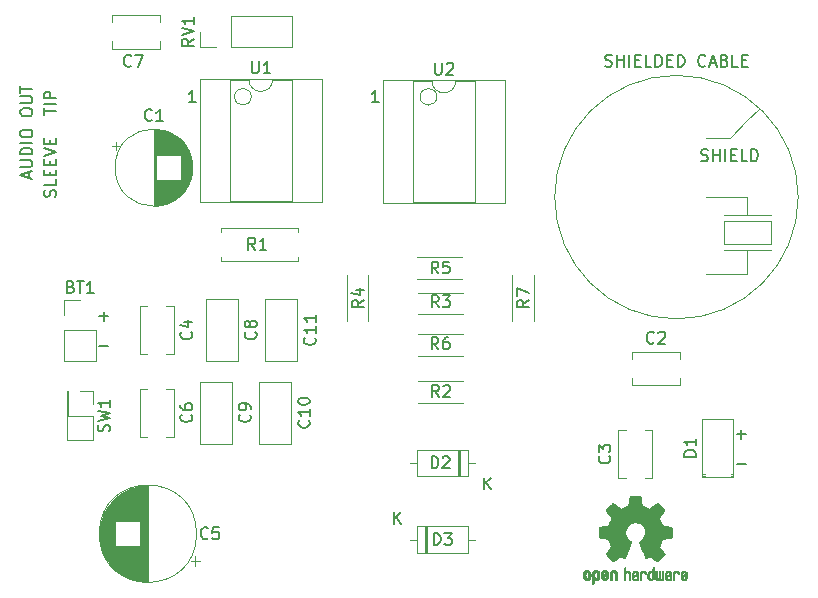
<source format=gbr>
%TF.GenerationSoftware,KiCad,Pcbnew,5.1.10*%
%TF.CreationDate,2021-07-22T01:23:26+02:00*%
%TF.ProjectId,9v-preamp,39762d70-7265-4616-9d70-2e6b69636164,rev?*%
%TF.SameCoordinates,Original*%
%TF.FileFunction,Legend,Top*%
%TF.FilePolarity,Positive*%
%FSLAX46Y46*%
G04 Gerber Fmt 4.6, Leading zero omitted, Abs format (unit mm)*
G04 Created by KiCad (PCBNEW 5.1.10) date 2021-07-22 01:23:26*
%MOMM*%
%LPD*%
G01*
G04 APERTURE LIST*
%ADD10C,0.150000*%
%ADD11C,0.120000*%
%ADD12C,0.010000*%
G04 APERTURE END LIST*
D10*
X100095238Y-101904761D02*
X100238095Y-101952380D01*
X100476190Y-101952380D01*
X100571428Y-101904761D01*
X100619047Y-101857142D01*
X100666666Y-101761904D01*
X100666666Y-101666666D01*
X100619047Y-101571428D01*
X100571428Y-101523809D01*
X100476190Y-101476190D01*
X100285714Y-101428571D01*
X100190476Y-101380952D01*
X100142857Y-101333333D01*
X100095238Y-101238095D01*
X100095238Y-101142857D01*
X100142857Y-101047619D01*
X100190476Y-101000000D01*
X100285714Y-100952380D01*
X100523809Y-100952380D01*
X100666666Y-101000000D01*
X101095238Y-101952380D02*
X101095238Y-100952380D01*
X101095238Y-101428571D02*
X101666666Y-101428571D01*
X101666666Y-101952380D02*
X101666666Y-100952380D01*
X102142857Y-101952380D02*
X102142857Y-100952380D01*
X102619047Y-101428571D02*
X102952380Y-101428571D01*
X103095238Y-101952380D02*
X102619047Y-101952380D01*
X102619047Y-100952380D01*
X103095238Y-100952380D01*
X104000000Y-101952380D02*
X103523809Y-101952380D01*
X103523809Y-100952380D01*
X104333333Y-101952380D02*
X104333333Y-100952380D01*
X104571428Y-100952380D01*
X104714285Y-101000000D01*
X104809523Y-101095238D01*
X104857142Y-101190476D01*
X104904761Y-101380952D01*
X104904761Y-101523809D01*
X104857142Y-101714285D01*
X104809523Y-101809523D01*
X104714285Y-101904761D01*
X104571428Y-101952380D01*
X104333333Y-101952380D01*
X45404761Y-104976190D02*
X45452380Y-104833333D01*
X45452380Y-104595238D01*
X45404761Y-104500000D01*
X45357142Y-104452380D01*
X45261904Y-104404761D01*
X45166666Y-104404761D01*
X45071428Y-104452380D01*
X45023809Y-104500000D01*
X44976190Y-104595238D01*
X44928571Y-104785714D01*
X44880952Y-104880952D01*
X44833333Y-104928571D01*
X44738095Y-104976190D01*
X44642857Y-104976190D01*
X44547619Y-104928571D01*
X44500000Y-104880952D01*
X44452380Y-104785714D01*
X44452380Y-104547619D01*
X44500000Y-104404761D01*
X45452380Y-103500000D02*
X45452380Y-103976190D01*
X44452380Y-103976190D01*
X44928571Y-103166666D02*
X44928571Y-102833333D01*
X45452380Y-102690476D02*
X45452380Y-103166666D01*
X44452380Y-103166666D01*
X44452380Y-102690476D01*
X44928571Y-102261904D02*
X44928571Y-101928571D01*
X45452380Y-101785714D02*
X45452380Y-102261904D01*
X44452380Y-102261904D01*
X44452380Y-101785714D01*
X44452380Y-101500000D02*
X45452380Y-101166666D01*
X44452380Y-100833333D01*
X44928571Y-100500000D02*
X44928571Y-100166666D01*
X45452380Y-100023809D02*
X45452380Y-100500000D01*
X44452380Y-100500000D01*
X44452380Y-100023809D01*
X44452380Y-98023809D02*
X44452380Y-97452380D01*
X45452380Y-97738095D02*
X44452380Y-97738095D01*
X45452380Y-97119047D02*
X44452380Y-97119047D01*
X45452380Y-96642857D02*
X44452380Y-96642857D01*
X44452380Y-96261904D01*
X44500000Y-96166666D01*
X44547619Y-96119047D01*
X44642857Y-96071428D01*
X44785714Y-96071428D01*
X44880952Y-96119047D01*
X44928571Y-96166666D01*
X44976190Y-96261904D01*
X44976190Y-96642857D01*
X103119047Y-125071428D02*
X103880952Y-125071428D01*
X103500000Y-125452380D02*
X103500000Y-124690476D01*
X103119047Y-127571428D02*
X103880952Y-127571428D01*
X72785714Y-96952380D02*
X72214285Y-96952380D01*
X72500000Y-96952380D02*
X72500000Y-95952380D01*
X72404761Y-96095238D01*
X72309523Y-96190476D01*
X72214285Y-96238095D01*
X57285714Y-96952380D02*
X56714285Y-96952380D01*
X57000000Y-96952380D02*
X57000000Y-95952380D01*
X56904761Y-96095238D01*
X56809523Y-96190476D01*
X56714285Y-96238095D01*
D11*
X77707107Y-96500000D02*
G75*
G03*
X77707107Y-96500000I-707107J0D01*
G01*
X62000001Y-96500000D02*
G75*
G03*
X62000001Y-96500000I-707107J0D01*
G01*
D10*
X49119047Y-117571428D02*
X49880952Y-117571428D01*
X49119047Y-115071428D02*
X49880952Y-115071428D01*
X49500000Y-115452380D02*
X49500000Y-114690476D01*
X91976190Y-93904761D02*
X92119047Y-93952380D01*
X92357142Y-93952380D01*
X92452380Y-93904761D01*
X92500000Y-93857142D01*
X92547619Y-93761904D01*
X92547619Y-93666666D01*
X92500000Y-93571428D01*
X92452380Y-93523809D01*
X92357142Y-93476190D01*
X92166666Y-93428571D01*
X92071428Y-93380952D01*
X92023809Y-93333333D01*
X91976190Y-93238095D01*
X91976190Y-93142857D01*
X92023809Y-93047619D01*
X92071428Y-93000000D01*
X92166666Y-92952380D01*
X92404761Y-92952380D01*
X92547619Y-93000000D01*
X92976190Y-93952380D02*
X92976190Y-92952380D01*
X92976190Y-93428571D02*
X93547619Y-93428571D01*
X93547619Y-93952380D02*
X93547619Y-92952380D01*
X94023809Y-93952380D02*
X94023809Y-92952380D01*
X94500000Y-93428571D02*
X94833333Y-93428571D01*
X94976190Y-93952380D02*
X94500000Y-93952380D01*
X94500000Y-92952380D01*
X94976190Y-92952380D01*
X95880952Y-93952380D02*
X95404761Y-93952380D01*
X95404761Y-92952380D01*
X96214285Y-93952380D02*
X96214285Y-92952380D01*
X96452380Y-92952380D01*
X96595238Y-93000000D01*
X96690476Y-93095238D01*
X96738095Y-93190476D01*
X96785714Y-93380952D01*
X96785714Y-93523809D01*
X96738095Y-93714285D01*
X96690476Y-93809523D01*
X96595238Y-93904761D01*
X96452380Y-93952380D01*
X96214285Y-93952380D01*
X97214285Y-93428571D02*
X97547619Y-93428571D01*
X97690476Y-93952380D02*
X97214285Y-93952380D01*
X97214285Y-92952380D01*
X97690476Y-92952380D01*
X98119047Y-93952380D02*
X98119047Y-92952380D01*
X98357142Y-92952380D01*
X98500000Y-93000000D01*
X98595238Y-93095238D01*
X98642857Y-93190476D01*
X98690476Y-93380952D01*
X98690476Y-93523809D01*
X98642857Y-93714285D01*
X98595238Y-93809523D01*
X98500000Y-93904761D01*
X98357142Y-93952380D01*
X98119047Y-93952380D01*
X100452380Y-93857142D02*
X100404761Y-93904761D01*
X100261904Y-93952380D01*
X100166666Y-93952380D01*
X100023809Y-93904761D01*
X99928571Y-93809523D01*
X99880952Y-93714285D01*
X99833333Y-93523809D01*
X99833333Y-93380952D01*
X99880952Y-93190476D01*
X99928571Y-93095238D01*
X100023809Y-93000000D01*
X100166666Y-92952380D01*
X100261904Y-92952380D01*
X100404761Y-93000000D01*
X100452380Y-93047619D01*
X100833333Y-93666666D02*
X101309523Y-93666666D01*
X100738095Y-93952380D02*
X101071428Y-92952380D01*
X101404761Y-93952380D01*
X102071428Y-93428571D02*
X102214285Y-93476190D01*
X102261904Y-93523809D01*
X102309523Y-93619047D01*
X102309523Y-93761904D01*
X102261904Y-93857142D01*
X102214285Y-93904761D01*
X102119047Y-93952380D01*
X101738095Y-93952380D01*
X101738095Y-92952380D01*
X102071428Y-92952380D01*
X102166666Y-93000000D01*
X102214285Y-93047619D01*
X102261904Y-93142857D01*
X102261904Y-93238095D01*
X102214285Y-93333333D01*
X102166666Y-93380952D01*
X102071428Y-93428571D01*
X101738095Y-93428571D01*
X103214285Y-93952380D02*
X102738095Y-93952380D01*
X102738095Y-92952380D01*
X103547619Y-93428571D02*
X103880952Y-93428571D01*
X104023809Y-93952380D02*
X103547619Y-93952380D01*
X103547619Y-92952380D01*
X104023809Y-92952380D01*
D11*
X104000000Y-98500000D02*
X105000000Y-97500000D01*
X108307764Y-105000000D02*
G75*
G03*
X108307764Y-105000000I-10307764J0D01*
G01*
X102500000Y-100000000D02*
X104000000Y-98500000D01*
X100500000Y-100000000D02*
X102500000Y-100000000D01*
X101000000Y-100000000D02*
X100500000Y-100000000D01*
X101500000Y-105000000D02*
X100500000Y-105000000D01*
X104000000Y-111500000D02*
X100500000Y-111500000D01*
X104000000Y-109500000D02*
X104000000Y-111500000D01*
X106000000Y-109500000D02*
X104000000Y-109500000D01*
X102000000Y-109500000D02*
X106000000Y-109500000D01*
X102000000Y-109000000D02*
X102000000Y-107000000D01*
X106000000Y-109000000D02*
X102000000Y-109000000D01*
X106000000Y-108000000D02*
X106000000Y-109000000D01*
X106000000Y-107000000D02*
X106000000Y-108000000D01*
X102000000Y-107000000D02*
X106000000Y-107000000D01*
X102000000Y-106500000D02*
X106000000Y-106500000D01*
X104500000Y-106500000D02*
X102000000Y-106500000D01*
X104000000Y-105000000D02*
X104000000Y-106500000D01*
X101500000Y-105000000D02*
X104000000Y-105000000D01*
D10*
X43166666Y-103333333D02*
X43166666Y-102857142D01*
X43452380Y-103428571D02*
X42452380Y-103095238D01*
X43452380Y-102761904D01*
X42452380Y-102428571D02*
X43261904Y-102428571D01*
X43357142Y-102380952D01*
X43404761Y-102333333D01*
X43452380Y-102238095D01*
X43452380Y-102047619D01*
X43404761Y-101952380D01*
X43357142Y-101904761D01*
X43261904Y-101857142D01*
X42452380Y-101857142D01*
X43452380Y-101380952D02*
X42452380Y-101380952D01*
X42452380Y-101142857D01*
X42500000Y-101000000D01*
X42595238Y-100904761D01*
X42690476Y-100857142D01*
X42880952Y-100809523D01*
X43023809Y-100809523D01*
X43214285Y-100857142D01*
X43309523Y-100904761D01*
X43404761Y-101000000D01*
X43452380Y-101142857D01*
X43452380Y-101380952D01*
X43452380Y-100380952D02*
X42452380Y-100380952D01*
X42452380Y-99714285D02*
X42452380Y-99523809D01*
X42500000Y-99428571D01*
X42595238Y-99333333D01*
X42785714Y-99285714D01*
X43119047Y-99285714D01*
X43309523Y-99333333D01*
X43404761Y-99428571D01*
X43452380Y-99523809D01*
X43452380Y-99714285D01*
X43404761Y-99809523D01*
X43309523Y-99904761D01*
X43119047Y-99952380D01*
X42785714Y-99952380D01*
X42595238Y-99904761D01*
X42500000Y-99809523D01*
X42452380Y-99714285D01*
X42452380Y-97904761D02*
X42452380Y-97714285D01*
X42500000Y-97619047D01*
X42595238Y-97523809D01*
X42785714Y-97476190D01*
X43119047Y-97476190D01*
X43309523Y-97523809D01*
X43404761Y-97619047D01*
X43452380Y-97714285D01*
X43452380Y-97904761D01*
X43404761Y-98000000D01*
X43309523Y-98095238D01*
X43119047Y-98142857D01*
X42785714Y-98142857D01*
X42595238Y-98095238D01*
X42500000Y-98000000D01*
X42452380Y-97904761D01*
X42452380Y-97047619D02*
X43261904Y-97047619D01*
X43357142Y-97000000D01*
X43404761Y-96952380D01*
X43452380Y-96857142D01*
X43452380Y-96666666D01*
X43404761Y-96571428D01*
X43357142Y-96523809D01*
X43261904Y-96476190D01*
X42452380Y-96476190D01*
X42452380Y-96142857D02*
X42452380Y-95571428D01*
X43452380Y-95857142D02*
X42452380Y-95857142D01*
D12*
%TO.C,REF\u002A\u002A*%
G36*
X94639878Y-130287776D02*
G01*
X94745612Y-130288355D01*
X94822132Y-130289922D01*
X94874372Y-130292972D01*
X94907263Y-130297996D01*
X94925737Y-130305489D01*
X94934727Y-130315944D01*
X94939163Y-130329853D01*
X94939594Y-130331654D01*
X94946333Y-130364145D01*
X94958808Y-130428252D01*
X94975719Y-130517151D01*
X94995771Y-130624019D01*
X95017664Y-130742033D01*
X95018429Y-130746178D01*
X95040359Y-130861831D01*
X95060877Y-130964014D01*
X95078659Y-131046598D01*
X95092381Y-131103456D01*
X95100718Y-131128458D01*
X95101116Y-131128901D01*
X95125677Y-131141110D01*
X95176315Y-131161456D01*
X95242095Y-131185545D01*
X95242461Y-131185674D01*
X95325317Y-131216818D01*
X95423000Y-131256491D01*
X95515077Y-131296381D01*
X95519434Y-131298353D01*
X95669407Y-131366420D01*
X96001498Y-131139639D01*
X96103374Y-131070504D01*
X96195657Y-131008697D01*
X96273003Y-130957733D01*
X96330064Y-130921127D01*
X96361495Y-130902394D01*
X96364479Y-130901004D01*
X96387321Y-130907190D01*
X96429982Y-130937035D01*
X96494128Y-130991947D01*
X96581421Y-131073334D01*
X96670535Y-131159922D01*
X96756441Y-131245247D01*
X96833327Y-131323108D01*
X96896564Y-131388697D01*
X96941523Y-131437205D01*
X96963576Y-131463825D01*
X96964396Y-131465195D01*
X96966834Y-131483463D01*
X96957650Y-131513295D01*
X96934574Y-131558721D01*
X96895337Y-131623770D01*
X96837670Y-131712470D01*
X96760795Y-131826657D01*
X96692570Y-131927162D01*
X96631582Y-132017303D01*
X96581356Y-132091849D01*
X96545416Y-132145565D01*
X96527287Y-132173218D01*
X96526146Y-132175095D01*
X96528359Y-132201590D01*
X96545138Y-132253086D01*
X96573142Y-132319851D01*
X96583122Y-132341172D01*
X96626672Y-132436159D01*
X96673134Y-132543937D01*
X96710877Y-132637192D01*
X96738073Y-132706406D01*
X96759675Y-132759006D01*
X96772158Y-132786497D01*
X96773709Y-132788616D01*
X96796668Y-132792124D01*
X96850786Y-132801738D01*
X96928868Y-132816089D01*
X97023719Y-132833807D01*
X97128143Y-132853525D01*
X97234944Y-132873874D01*
X97336926Y-132893486D01*
X97426894Y-132910991D01*
X97497653Y-132925022D01*
X97542006Y-132934209D01*
X97552885Y-132936807D01*
X97564122Y-132943218D01*
X97572605Y-132957697D01*
X97578714Y-132985133D01*
X97582832Y-133030411D01*
X97585341Y-133098420D01*
X97586621Y-133194047D01*
X97587054Y-133322180D01*
X97587077Y-133374701D01*
X97587077Y-133801845D01*
X97484500Y-133822091D01*
X97427431Y-133833070D01*
X97342269Y-133849095D01*
X97239372Y-133868233D01*
X97129096Y-133888551D01*
X97098615Y-133894132D01*
X96996855Y-133913917D01*
X96908205Y-133933373D01*
X96840108Y-133950697D01*
X96800004Y-133964088D01*
X96793323Y-133968079D01*
X96776919Y-133996342D01*
X96753399Y-134051109D01*
X96727316Y-134121588D01*
X96722142Y-134136769D01*
X96687956Y-134230896D01*
X96645523Y-134337101D01*
X96603997Y-134432473D01*
X96603792Y-134432916D01*
X96534640Y-134582525D01*
X96989512Y-135251617D01*
X96697500Y-135544116D01*
X96609180Y-135631170D01*
X96528625Y-135707909D01*
X96460360Y-135770237D01*
X96408908Y-135814056D01*
X96378794Y-135835270D01*
X96374474Y-135836616D01*
X96349111Y-135826016D01*
X96297358Y-135796547D01*
X96224868Y-135751705D01*
X96137294Y-135694984D01*
X96042612Y-135631462D01*
X95946516Y-135566668D01*
X95860837Y-135510287D01*
X95791016Y-135465788D01*
X95742494Y-135436639D01*
X95720782Y-135426308D01*
X95694293Y-135435050D01*
X95644062Y-135458087D01*
X95580451Y-135490631D01*
X95573708Y-135494249D01*
X95488046Y-135537210D01*
X95429306Y-135558279D01*
X95392772Y-135558503D01*
X95373731Y-135538928D01*
X95373620Y-135538654D01*
X95364102Y-135515472D01*
X95341403Y-135460441D01*
X95307282Y-135377822D01*
X95263500Y-135271872D01*
X95211816Y-135146852D01*
X95153992Y-135007020D01*
X95097991Y-134871637D01*
X95036447Y-134722234D01*
X94979939Y-134583832D01*
X94930161Y-134460673D01*
X94888806Y-134357002D01*
X94857568Y-134277059D01*
X94838141Y-134225088D01*
X94832154Y-134205692D01*
X94847168Y-134183443D01*
X94886439Y-134147982D01*
X94938807Y-134108887D01*
X95087941Y-133985245D01*
X95204511Y-133843522D01*
X95287118Y-133686704D01*
X95334366Y-133517775D01*
X95344857Y-133339722D01*
X95337231Y-133257539D01*
X95295682Y-133087031D01*
X95224123Y-132936459D01*
X95126995Y-132807309D01*
X95008734Y-132701064D01*
X94873780Y-132619210D01*
X94726571Y-132563232D01*
X94571544Y-132534615D01*
X94413139Y-132534844D01*
X94255794Y-132565405D01*
X94103946Y-132627782D01*
X93962035Y-132723460D01*
X93902803Y-132777572D01*
X93789203Y-132916520D01*
X93710106Y-133068361D01*
X93664986Y-133228667D01*
X93653316Y-133393012D01*
X93674569Y-133556971D01*
X93728220Y-133716118D01*
X93813740Y-133866025D01*
X93930605Y-134002267D01*
X94061193Y-134108887D01*
X94115588Y-134149642D01*
X94154014Y-134184718D01*
X94167846Y-134205726D01*
X94160603Y-134228635D01*
X94140005Y-134283365D01*
X94107746Y-134365672D01*
X94065521Y-134471315D01*
X94015023Y-134596050D01*
X93957948Y-134735636D01*
X93901854Y-134871670D01*
X93839967Y-135021201D01*
X93782644Y-135159767D01*
X93731644Y-135283107D01*
X93688727Y-135386964D01*
X93655653Y-135467080D01*
X93634181Y-135519195D01*
X93626225Y-135538654D01*
X93607429Y-135558423D01*
X93571074Y-135558365D01*
X93512479Y-135537441D01*
X93426968Y-135494613D01*
X93426292Y-135494249D01*
X93361907Y-135461012D01*
X93309861Y-135436802D01*
X93280512Y-135426404D01*
X93279217Y-135426308D01*
X93257124Y-135436855D01*
X93208348Y-135466184D01*
X93138331Y-135510827D01*
X93052514Y-135567314D01*
X92957388Y-135631462D01*
X92860540Y-135696411D01*
X92773253Y-135752896D01*
X92701181Y-135797421D01*
X92649977Y-135826490D01*
X92625526Y-135836616D01*
X92603010Y-135823307D01*
X92557742Y-135786112D01*
X92494244Y-135729128D01*
X92417039Y-135656449D01*
X92330651Y-135572171D01*
X92302399Y-135544016D01*
X92010287Y-135251416D01*
X92232631Y-134925104D01*
X92300202Y-134824897D01*
X92359507Y-134734963D01*
X92407217Y-134660510D01*
X92440007Y-134606751D01*
X92454548Y-134578894D01*
X92454974Y-134576912D01*
X92447308Y-134550655D01*
X92426689Y-134497837D01*
X92396685Y-134427310D01*
X92375625Y-134380093D01*
X92336248Y-134289694D01*
X92299165Y-134198366D01*
X92270415Y-134121200D01*
X92262605Y-134097692D01*
X92240417Y-134034916D01*
X92218727Y-133986411D01*
X92206813Y-133968079D01*
X92180523Y-133956859D01*
X92123142Y-133940954D01*
X92042118Y-133922167D01*
X91944895Y-133902299D01*
X91901385Y-133894132D01*
X91790896Y-133873829D01*
X91684916Y-133854170D01*
X91593801Y-133837088D01*
X91527908Y-133824518D01*
X91515500Y-133822091D01*
X91412923Y-133801845D01*
X91412923Y-133374701D01*
X91413153Y-133234246D01*
X91414099Y-133127979D01*
X91416141Y-133051013D01*
X91419662Y-132998460D01*
X91425043Y-132965433D01*
X91432666Y-132947045D01*
X91442912Y-132938408D01*
X91447115Y-132936807D01*
X91472470Y-132931127D01*
X91528484Y-132919795D01*
X91607964Y-132904179D01*
X91703712Y-132885647D01*
X91808533Y-132865569D01*
X91915232Y-132845312D01*
X92016613Y-132826246D01*
X92105479Y-132809739D01*
X92174637Y-132797159D01*
X92216889Y-132789875D01*
X92226290Y-132788616D01*
X92234807Y-132771763D01*
X92253660Y-132726870D01*
X92279324Y-132662430D01*
X92289123Y-132637192D01*
X92328648Y-132539686D01*
X92375192Y-132431959D01*
X92416877Y-132341172D01*
X92447550Y-132271753D01*
X92467956Y-132214710D01*
X92474768Y-132179777D01*
X92473682Y-132175095D01*
X92459285Y-132152991D01*
X92426412Y-132103831D01*
X92378590Y-132032848D01*
X92319348Y-131945278D01*
X92252215Y-131846357D01*
X92238941Y-131826830D01*
X92161046Y-131711140D01*
X92103787Y-131623044D01*
X92064881Y-131558486D01*
X92042044Y-131513411D01*
X92032994Y-131483763D01*
X92035448Y-131465485D01*
X92035511Y-131465369D01*
X92054827Y-131441361D01*
X92097551Y-131394947D01*
X92159051Y-131330937D01*
X92234698Y-131254145D01*
X92319861Y-131169382D01*
X92329465Y-131159922D01*
X92436790Y-131055989D01*
X92519615Y-130979675D01*
X92579605Y-130929571D01*
X92618423Y-130904270D01*
X92635520Y-130901004D01*
X92660473Y-130915250D01*
X92712255Y-130948156D01*
X92785520Y-130996208D01*
X92874920Y-131055890D01*
X92975111Y-131123688D01*
X92998501Y-131139639D01*
X93330593Y-131366420D01*
X93480565Y-131298353D01*
X93571770Y-131258685D01*
X93669669Y-131218791D01*
X93753831Y-131186983D01*
X93757538Y-131185674D01*
X93823369Y-131161576D01*
X93874116Y-131141200D01*
X93898842Y-131128936D01*
X93898884Y-131128901D01*
X93906729Y-131106734D01*
X93920066Y-131052217D01*
X93937570Y-130971480D01*
X93957917Y-130870650D01*
X93979782Y-130755856D01*
X93981571Y-130746178D01*
X94003504Y-130627904D01*
X94023640Y-130520542D01*
X94040680Y-130430917D01*
X94053328Y-130365851D01*
X94060284Y-130332168D01*
X94060406Y-130331654D01*
X94064639Y-130317325D01*
X94072871Y-130306507D01*
X94090033Y-130298706D01*
X94121058Y-130293429D01*
X94170878Y-130290182D01*
X94244424Y-130288472D01*
X94346629Y-130287807D01*
X94482425Y-130287693D01*
X94500000Y-130287692D01*
X94639878Y-130287776D01*
G37*
X94639878Y-130287776D02*
X94745612Y-130288355D01*
X94822132Y-130289922D01*
X94874372Y-130292972D01*
X94907263Y-130297996D01*
X94925737Y-130305489D01*
X94934727Y-130315944D01*
X94939163Y-130329853D01*
X94939594Y-130331654D01*
X94946333Y-130364145D01*
X94958808Y-130428252D01*
X94975719Y-130517151D01*
X94995771Y-130624019D01*
X95017664Y-130742033D01*
X95018429Y-130746178D01*
X95040359Y-130861831D01*
X95060877Y-130964014D01*
X95078659Y-131046598D01*
X95092381Y-131103456D01*
X95100718Y-131128458D01*
X95101116Y-131128901D01*
X95125677Y-131141110D01*
X95176315Y-131161456D01*
X95242095Y-131185545D01*
X95242461Y-131185674D01*
X95325317Y-131216818D01*
X95423000Y-131256491D01*
X95515077Y-131296381D01*
X95519434Y-131298353D01*
X95669407Y-131366420D01*
X96001498Y-131139639D01*
X96103374Y-131070504D01*
X96195657Y-131008697D01*
X96273003Y-130957733D01*
X96330064Y-130921127D01*
X96361495Y-130902394D01*
X96364479Y-130901004D01*
X96387321Y-130907190D01*
X96429982Y-130937035D01*
X96494128Y-130991947D01*
X96581421Y-131073334D01*
X96670535Y-131159922D01*
X96756441Y-131245247D01*
X96833327Y-131323108D01*
X96896564Y-131388697D01*
X96941523Y-131437205D01*
X96963576Y-131463825D01*
X96964396Y-131465195D01*
X96966834Y-131483463D01*
X96957650Y-131513295D01*
X96934574Y-131558721D01*
X96895337Y-131623770D01*
X96837670Y-131712470D01*
X96760795Y-131826657D01*
X96692570Y-131927162D01*
X96631582Y-132017303D01*
X96581356Y-132091849D01*
X96545416Y-132145565D01*
X96527287Y-132173218D01*
X96526146Y-132175095D01*
X96528359Y-132201590D01*
X96545138Y-132253086D01*
X96573142Y-132319851D01*
X96583122Y-132341172D01*
X96626672Y-132436159D01*
X96673134Y-132543937D01*
X96710877Y-132637192D01*
X96738073Y-132706406D01*
X96759675Y-132759006D01*
X96772158Y-132786497D01*
X96773709Y-132788616D01*
X96796668Y-132792124D01*
X96850786Y-132801738D01*
X96928868Y-132816089D01*
X97023719Y-132833807D01*
X97128143Y-132853525D01*
X97234944Y-132873874D01*
X97336926Y-132893486D01*
X97426894Y-132910991D01*
X97497653Y-132925022D01*
X97542006Y-132934209D01*
X97552885Y-132936807D01*
X97564122Y-132943218D01*
X97572605Y-132957697D01*
X97578714Y-132985133D01*
X97582832Y-133030411D01*
X97585341Y-133098420D01*
X97586621Y-133194047D01*
X97587054Y-133322180D01*
X97587077Y-133374701D01*
X97587077Y-133801845D01*
X97484500Y-133822091D01*
X97427431Y-133833070D01*
X97342269Y-133849095D01*
X97239372Y-133868233D01*
X97129096Y-133888551D01*
X97098615Y-133894132D01*
X96996855Y-133913917D01*
X96908205Y-133933373D01*
X96840108Y-133950697D01*
X96800004Y-133964088D01*
X96793323Y-133968079D01*
X96776919Y-133996342D01*
X96753399Y-134051109D01*
X96727316Y-134121588D01*
X96722142Y-134136769D01*
X96687956Y-134230896D01*
X96645523Y-134337101D01*
X96603997Y-134432473D01*
X96603792Y-134432916D01*
X96534640Y-134582525D01*
X96989512Y-135251617D01*
X96697500Y-135544116D01*
X96609180Y-135631170D01*
X96528625Y-135707909D01*
X96460360Y-135770237D01*
X96408908Y-135814056D01*
X96378794Y-135835270D01*
X96374474Y-135836616D01*
X96349111Y-135826016D01*
X96297358Y-135796547D01*
X96224868Y-135751705D01*
X96137294Y-135694984D01*
X96042612Y-135631462D01*
X95946516Y-135566668D01*
X95860837Y-135510287D01*
X95791016Y-135465788D01*
X95742494Y-135436639D01*
X95720782Y-135426308D01*
X95694293Y-135435050D01*
X95644062Y-135458087D01*
X95580451Y-135490631D01*
X95573708Y-135494249D01*
X95488046Y-135537210D01*
X95429306Y-135558279D01*
X95392772Y-135558503D01*
X95373731Y-135538928D01*
X95373620Y-135538654D01*
X95364102Y-135515472D01*
X95341403Y-135460441D01*
X95307282Y-135377822D01*
X95263500Y-135271872D01*
X95211816Y-135146852D01*
X95153992Y-135007020D01*
X95097991Y-134871637D01*
X95036447Y-134722234D01*
X94979939Y-134583832D01*
X94930161Y-134460673D01*
X94888806Y-134357002D01*
X94857568Y-134277059D01*
X94838141Y-134225088D01*
X94832154Y-134205692D01*
X94847168Y-134183443D01*
X94886439Y-134147982D01*
X94938807Y-134108887D01*
X95087941Y-133985245D01*
X95204511Y-133843522D01*
X95287118Y-133686704D01*
X95334366Y-133517775D01*
X95344857Y-133339722D01*
X95337231Y-133257539D01*
X95295682Y-133087031D01*
X95224123Y-132936459D01*
X95126995Y-132807309D01*
X95008734Y-132701064D01*
X94873780Y-132619210D01*
X94726571Y-132563232D01*
X94571544Y-132534615D01*
X94413139Y-132534844D01*
X94255794Y-132565405D01*
X94103946Y-132627782D01*
X93962035Y-132723460D01*
X93902803Y-132777572D01*
X93789203Y-132916520D01*
X93710106Y-133068361D01*
X93664986Y-133228667D01*
X93653316Y-133393012D01*
X93674569Y-133556971D01*
X93728220Y-133716118D01*
X93813740Y-133866025D01*
X93930605Y-134002267D01*
X94061193Y-134108887D01*
X94115588Y-134149642D01*
X94154014Y-134184718D01*
X94167846Y-134205726D01*
X94160603Y-134228635D01*
X94140005Y-134283365D01*
X94107746Y-134365672D01*
X94065521Y-134471315D01*
X94015023Y-134596050D01*
X93957948Y-134735636D01*
X93901854Y-134871670D01*
X93839967Y-135021201D01*
X93782644Y-135159767D01*
X93731644Y-135283107D01*
X93688727Y-135386964D01*
X93655653Y-135467080D01*
X93634181Y-135519195D01*
X93626225Y-135538654D01*
X93607429Y-135558423D01*
X93571074Y-135558365D01*
X93512479Y-135537441D01*
X93426968Y-135494613D01*
X93426292Y-135494249D01*
X93361907Y-135461012D01*
X93309861Y-135436802D01*
X93280512Y-135426404D01*
X93279217Y-135426308D01*
X93257124Y-135436855D01*
X93208348Y-135466184D01*
X93138331Y-135510827D01*
X93052514Y-135567314D01*
X92957388Y-135631462D01*
X92860540Y-135696411D01*
X92773253Y-135752896D01*
X92701181Y-135797421D01*
X92649977Y-135826490D01*
X92625526Y-135836616D01*
X92603010Y-135823307D01*
X92557742Y-135786112D01*
X92494244Y-135729128D01*
X92417039Y-135656449D01*
X92330651Y-135572171D01*
X92302399Y-135544016D01*
X92010287Y-135251416D01*
X92232631Y-134925104D01*
X92300202Y-134824897D01*
X92359507Y-134734963D01*
X92407217Y-134660510D01*
X92440007Y-134606751D01*
X92454548Y-134578894D01*
X92454974Y-134576912D01*
X92447308Y-134550655D01*
X92426689Y-134497837D01*
X92396685Y-134427310D01*
X92375625Y-134380093D01*
X92336248Y-134289694D01*
X92299165Y-134198366D01*
X92270415Y-134121200D01*
X92262605Y-134097692D01*
X92240417Y-134034916D01*
X92218727Y-133986411D01*
X92206813Y-133968079D01*
X92180523Y-133956859D01*
X92123142Y-133940954D01*
X92042118Y-133922167D01*
X91944895Y-133902299D01*
X91901385Y-133894132D01*
X91790896Y-133873829D01*
X91684916Y-133854170D01*
X91593801Y-133837088D01*
X91527908Y-133824518D01*
X91515500Y-133822091D01*
X91412923Y-133801845D01*
X91412923Y-133374701D01*
X91413153Y-133234246D01*
X91414099Y-133127979D01*
X91416141Y-133051013D01*
X91419662Y-132998460D01*
X91425043Y-132965433D01*
X91432666Y-132947045D01*
X91442912Y-132938408D01*
X91447115Y-132936807D01*
X91472470Y-132931127D01*
X91528484Y-132919795D01*
X91607964Y-132904179D01*
X91703712Y-132885647D01*
X91808533Y-132865569D01*
X91915232Y-132845312D01*
X92016613Y-132826246D01*
X92105479Y-132809739D01*
X92174637Y-132797159D01*
X92216889Y-132789875D01*
X92226290Y-132788616D01*
X92234807Y-132771763D01*
X92253660Y-132726870D01*
X92279324Y-132662430D01*
X92289123Y-132637192D01*
X92328648Y-132539686D01*
X92375192Y-132431959D01*
X92416877Y-132341172D01*
X92447550Y-132271753D01*
X92467956Y-132214710D01*
X92474768Y-132179777D01*
X92473682Y-132175095D01*
X92459285Y-132152991D01*
X92426412Y-132103831D01*
X92378590Y-132032848D01*
X92319348Y-131945278D01*
X92252215Y-131846357D01*
X92238941Y-131826830D01*
X92161046Y-131711140D01*
X92103787Y-131623044D01*
X92064881Y-131558486D01*
X92042044Y-131513411D01*
X92032994Y-131483763D01*
X92035448Y-131465485D01*
X92035511Y-131465369D01*
X92054827Y-131441361D01*
X92097551Y-131394947D01*
X92159051Y-131330937D01*
X92234698Y-131254145D01*
X92319861Y-131169382D01*
X92329465Y-131159922D01*
X92436790Y-131055989D01*
X92519615Y-130979675D01*
X92579605Y-130929571D01*
X92618423Y-130904270D01*
X92635520Y-130901004D01*
X92660473Y-130915250D01*
X92712255Y-130948156D01*
X92785520Y-130996208D01*
X92874920Y-131055890D01*
X92975111Y-131123688D01*
X92998501Y-131139639D01*
X93330593Y-131366420D01*
X93480565Y-131298353D01*
X93571770Y-131258685D01*
X93669669Y-131218791D01*
X93753831Y-131186983D01*
X93757538Y-131185674D01*
X93823369Y-131161576D01*
X93874116Y-131141200D01*
X93898842Y-131128936D01*
X93898884Y-131128901D01*
X93906729Y-131106734D01*
X93920066Y-131052217D01*
X93937570Y-130971480D01*
X93957917Y-130870650D01*
X93979782Y-130755856D01*
X93981571Y-130746178D01*
X94003504Y-130627904D01*
X94023640Y-130520542D01*
X94040680Y-130430917D01*
X94053328Y-130365851D01*
X94060284Y-130332168D01*
X94060406Y-130331654D01*
X94064639Y-130317325D01*
X94072871Y-130306507D01*
X94090033Y-130298706D01*
X94121058Y-130293429D01*
X94170878Y-130290182D01*
X94244424Y-130288472D01*
X94346629Y-130287807D01*
X94482425Y-130287693D01*
X94500000Y-130287692D01*
X94639878Y-130287776D01*
G36*
X98745224Y-136647838D02*
G01*
X98822528Y-136698361D01*
X98859814Y-136743590D01*
X98889353Y-136825663D01*
X98891699Y-136890607D01*
X98886385Y-136977445D01*
X98686115Y-137065103D01*
X98588739Y-137109887D01*
X98525113Y-137145913D01*
X98492029Y-137177117D01*
X98486280Y-137207436D01*
X98504658Y-137240805D01*
X98524923Y-137262923D01*
X98583889Y-137298393D01*
X98648024Y-137300879D01*
X98706926Y-137273235D01*
X98750197Y-137218320D01*
X98757936Y-137198928D01*
X98795006Y-137138364D01*
X98837654Y-137112552D01*
X98896154Y-137090471D01*
X98896154Y-137174184D01*
X98890982Y-137231150D01*
X98870723Y-137279189D01*
X98828262Y-137334346D01*
X98821951Y-137341514D01*
X98774720Y-137390585D01*
X98734121Y-137416920D01*
X98683328Y-137429035D01*
X98641220Y-137433003D01*
X98565902Y-137433991D01*
X98512286Y-137421466D01*
X98478838Y-137402869D01*
X98426268Y-137361975D01*
X98389879Y-137317748D01*
X98366850Y-137262126D01*
X98354359Y-137187047D01*
X98349587Y-137084449D01*
X98349206Y-137032376D01*
X98350501Y-136969948D01*
X98468471Y-136969948D01*
X98469839Y-137003438D01*
X98473249Y-137008923D01*
X98495753Y-137001472D01*
X98544182Y-136981753D01*
X98608908Y-136953718D01*
X98622443Y-136947692D01*
X98704244Y-136906096D01*
X98749312Y-136869538D01*
X98759217Y-136835296D01*
X98735526Y-136800648D01*
X98715960Y-136785339D01*
X98645360Y-136754721D01*
X98579280Y-136759780D01*
X98523959Y-136797151D01*
X98485636Y-136863473D01*
X98473349Y-136916116D01*
X98468471Y-136969948D01*
X98350501Y-136969948D01*
X98351730Y-136910720D01*
X98361032Y-136820710D01*
X98379460Y-136755167D01*
X98409360Y-136706912D01*
X98453080Y-136668767D01*
X98472141Y-136656440D01*
X98558726Y-136624336D01*
X98653522Y-136622316D01*
X98745224Y-136647838D01*
G37*
X98745224Y-136647838D02*
X98822528Y-136698361D01*
X98859814Y-136743590D01*
X98889353Y-136825663D01*
X98891699Y-136890607D01*
X98886385Y-136977445D01*
X98686115Y-137065103D01*
X98588739Y-137109887D01*
X98525113Y-137145913D01*
X98492029Y-137177117D01*
X98486280Y-137207436D01*
X98504658Y-137240805D01*
X98524923Y-137262923D01*
X98583889Y-137298393D01*
X98648024Y-137300879D01*
X98706926Y-137273235D01*
X98750197Y-137218320D01*
X98757936Y-137198928D01*
X98795006Y-137138364D01*
X98837654Y-137112552D01*
X98896154Y-137090471D01*
X98896154Y-137174184D01*
X98890982Y-137231150D01*
X98870723Y-137279189D01*
X98828262Y-137334346D01*
X98821951Y-137341514D01*
X98774720Y-137390585D01*
X98734121Y-137416920D01*
X98683328Y-137429035D01*
X98641220Y-137433003D01*
X98565902Y-137433991D01*
X98512286Y-137421466D01*
X98478838Y-137402869D01*
X98426268Y-137361975D01*
X98389879Y-137317748D01*
X98366850Y-137262126D01*
X98354359Y-137187047D01*
X98349587Y-137084449D01*
X98349206Y-137032376D01*
X98350501Y-136969948D01*
X98468471Y-136969948D01*
X98469839Y-137003438D01*
X98473249Y-137008923D01*
X98495753Y-137001472D01*
X98544182Y-136981753D01*
X98608908Y-136953718D01*
X98622443Y-136947692D01*
X98704244Y-136906096D01*
X98749312Y-136869538D01*
X98759217Y-136835296D01*
X98735526Y-136800648D01*
X98715960Y-136785339D01*
X98645360Y-136754721D01*
X98579280Y-136759780D01*
X98523959Y-136797151D01*
X98485636Y-136863473D01*
X98473349Y-136916116D01*
X98468471Y-136969948D01*
X98350501Y-136969948D01*
X98351730Y-136910720D01*
X98361032Y-136820710D01*
X98379460Y-136755167D01*
X98409360Y-136706912D01*
X98453080Y-136668767D01*
X98472141Y-136656440D01*
X98558726Y-136624336D01*
X98653522Y-136622316D01*
X98745224Y-136647838D01*
G36*
X98070807Y-136636782D02*
G01*
X98094161Y-136646988D01*
X98149902Y-136691134D01*
X98197569Y-136754967D01*
X98227048Y-136823087D01*
X98231846Y-136856670D01*
X98215760Y-136903556D01*
X98180475Y-136928365D01*
X98142644Y-136943387D01*
X98125321Y-136946155D01*
X98116886Y-136926066D01*
X98100230Y-136882351D01*
X98092923Y-136862598D01*
X98051948Y-136794271D01*
X97992622Y-136760191D01*
X97916552Y-136761239D01*
X97910918Y-136762581D01*
X97870305Y-136781836D01*
X97840448Y-136819375D01*
X97820055Y-136879809D01*
X97807836Y-136967751D01*
X97802500Y-137087813D01*
X97802000Y-137151698D01*
X97801752Y-137252403D01*
X97800126Y-137321054D01*
X97795801Y-137364673D01*
X97787454Y-137390282D01*
X97773765Y-137404903D01*
X97753411Y-137415558D01*
X97752234Y-137416095D01*
X97713038Y-137432667D01*
X97693619Y-137438769D01*
X97690635Y-137420319D01*
X97688081Y-137369323D01*
X97686140Y-137292308D01*
X97684997Y-137195805D01*
X97684769Y-137125184D01*
X97685932Y-136988525D01*
X97690479Y-136884851D01*
X97699999Y-136808108D01*
X97716081Y-136752246D01*
X97740313Y-136711212D01*
X97774286Y-136678954D01*
X97807833Y-136656440D01*
X97888499Y-136626476D01*
X97982381Y-136619718D01*
X98070807Y-136636782D01*
G37*
X98070807Y-136636782D02*
X98094161Y-136646988D01*
X98149902Y-136691134D01*
X98197569Y-136754967D01*
X98227048Y-136823087D01*
X98231846Y-136856670D01*
X98215760Y-136903556D01*
X98180475Y-136928365D01*
X98142644Y-136943387D01*
X98125321Y-136946155D01*
X98116886Y-136926066D01*
X98100230Y-136882351D01*
X98092923Y-136862598D01*
X98051948Y-136794271D01*
X97992622Y-136760191D01*
X97916552Y-136761239D01*
X97910918Y-136762581D01*
X97870305Y-136781836D01*
X97840448Y-136819375D01*
X97820055Y-136879809D01*
X97807836Y-136967751D01*
X97802500Y-137087813D01*
X97802000Y-137151698D01*
X97801752Y-137252403D01*
X97800126Y-137321054D01*
X97795801Y-137364673D01*
X97787454Y-137390282D01*
X97773765Y-137404903D01*
X97753411Y-137415558D01*
X97752234Y-137416095D01*
X97713038Y-137432667D01*
X97693619Y-137438769D01*
X97690635Y-137420319D01*
X97688081Y-137369323D01*
X97686140Y-137292308D01*
X97684997Y-137195805D01*
X97684769Y-137125184D01*
X97685932Y-136988525D01*
X97690479Y-136884851D01*
X97699999Y-136808108D01*
X97716081Y-136752246D01*
X97740313Y-136711212D01*
X97774286Y-136678954D01*
X97807833Y-136656440D01*
X97888499Y-136626476D01*
X97982381Y-136619718D01*
X98070807Y-136636782D01*
G36*
X97387333Y-136633528D02*
G01*
X97443590Y-136659117D01*
X97487747Y-136690124D01*
X97520101Y-136724795D01*
X97542438Y-136769520D01*
X97556546Y-136830692D01*
X97564211Y-136914701D01*
X97567220Y-137027940D01*
X97567538Y-137102509D01*
X97567538Y-137393420D01*
X97517773Y-137416095D01*
X97478576Y-137432667D01*
X97459157Y-137438769D01*
X97455442Y-137420610D01*
X97452495Y-137371648D01*
X97450691Y-137300153D01*
X97450308Y-137243385D01*
X97448661Y-137161371D01*
X97444222Y-137096309D01*
X97437740Y-137056467D01*
X97432590Y-137048000D01*
X97397977Y-137056646D01*
X97343640Y-137078823D01*
X97280722Y-137108886D01*
X97220368Y-137141192D01*
X97173721Y-137170098D01*
X97151926Y-137189961D01*
X97151839Y-137190175D01*
X97153714Y-137226935D01*
X97170525Y-137262026D01*
X97200039Y-137290528D01*
X97243116Y-137300061D01*
X97279932Y-137298950D01*
X97332074Y-137298133D01*
X97359444Y-137310349D01*
X97375882Y-137342624D01*
X97377955Y-137348710D01*
X97385081Y-137394739D01*
X97366024Y-137422687D01*
X97316353Y-137436007D01*
X97262697Y-137438470D01*
X97166142Y-137420210D01*
X97116159Y-137394131D01*
X97054429Y-137332868D01*
X97021690Y-137257670D01*
X97018753Y-137178211D01*
X97046424Y-137104167D01*
X97088047Y-137057769D01*
X97129604Y-137031793D01*
X97194922Y-136998907D01*
X97271038Y-136965557D01*
X97283726Y-136960461D01*
X97367333Y-136923565D01*
X97415530Y-136891046D01*
X97431030Y-136858718D01*
X97416550Y-136822394D01*
X97391692Y-136794000D01*
X97332939Y-136759039D01*
X97268293Y-136756417D01*
X97209008Y-136783358D01*
X97166339Y-136837088D01*
X97160739Y-136850950D01*
X97128133Y-136901936D01*
X97080530Y-136939787D01*
X97020461Y-136970850D01*
X97020461Y-136882768D01*
X97023997Y-136828951D01*
X97039156Y-136786534D01*
X97072768Y-136741279D01*
X97105035Y-136706420D01*
X97155209Y-136657062D01*
X97194193Y-136630547D01*
X97236064Y-136619911D01*
X97283460Y-136618154D01*
X97387333Y-136633528D01*
G37*
X97387333Y-136633528D02*
X97443590Y-136659117D01*
X97487747Y-136690124D01*
X97520101Y-136724795D01*
X97542438Y-136769520D01*
X97556546Y-136830692D01*
X97564211Y-136914701D01*
X97567220Y-137027940D01*
X97567538Y-137102509D01*
X97567538Y-137393420D01*
X97517773Y-137416095D01*
X97478576Y-137432667D01*
X97459157Y-137438769D01*
X97455442Y-137420610D01*
X97452495Y-137371648D01*
X97450691Y-137300153D01*
X97450308Y-137243385D01*
X97448661Y-137161371D01*
X97444222Y-137096309D01*
X97437740Y-137056467D01*
X97432590Y-137048000D01*
X97397977Y-137056646D01*
X97343640Y-137078823D01*
X97280722Y-137108886D01*
X97220368Y-137141192D01*
X97173721Y-137170098D01*
X97151926Y-137189961D01*
X97151839Y-137190175D01*
X97153714Y-137226935D01*
X97170525Y-137262026D01*
X97200039Y-137290528D01*
X97243116Y-137300061D01*
X97279932Y-137298950D01*
X97332074Y-137298133D01*
X97359444Y-137310349D01*
X97375882Y-137342624D01*
X97377955Y-137348710D01*
X97385081Y-137394739D01*
X97366024Y-137422687D01*
X97316353Y-137436007D01*
X97262697Y-137438470D01*
X97166142Y-137420210D01*
X97116159Y-137394131D01*
X97054429Y-137332868D01*
X97021690Y-137257670D01*
X97018753Y-137178211D01*
X97046424Y-137104167D01*
X97088047Y-137057769D01*
X97129604Y-137031793D01*
X97194922Y-136998907D01*
X97271038Y-136965557D01*
X97283726Y-136960461D01*
X97367333Y-136923565D01*
X97415530Y-136891046D01*
X97431030Y-136858718D01*
X97416550Y-136822394D01*
X97391692Y-136794000D01*
X97332939Y-136759039D01*
X97268293Y-136756417D01*
X97209008Y-136783358D01*
X97166339Y-136837088D01*
X97160739Y-136850950D01*
X97128133Y-136901936D01*
X97080530Y-136939787D01*
X97020461Y-136970850D01*
X97020461Y-136882768D01*
X97023997Y-136828951D01*
X97039156Y-136786534D01*
X97072768Y-136741279D01*
X97105035Y-136706420D01*
X97155209Y-136657062D01*
X97194193Y-136630547D01*
X97236064Y-136619911D01*
X97283460Y-136618154D01*
X97387333Y-136633528D01*
G36*
X96895929Y-136636662D02*
G01*
X96898911Y-136688068D01*
X96901247Y-136766192D01*
X96902749Y-136864857D01*
X96903231Y-136968343D01*
X96903231Y-137318533D01*
X96841401Y-137380363D01*
X96798793Y-137418462D01*
X96761390Y-137433895D01*
X96710270Y-137432918D01*
X96689978Y-137430433D01*
X96626554Y-137423200D01*
X96574095Y-137419055D01*
X96561308Y-137418672D01*
X96518199Y-137421176D01*
X96456544Y-137427462D01*
X96432638Y-137430433D01*
X96373922Y-137435028D01*
X96334464Y-137425046D01*
X96295338Y-137394228D01*
X96281215Y-137380363D01*
X96219385Y-137318533D01*
X96219385Y-136663503D01*
X96269150Y-136640829D01*
X96312002Y-136624034D01*
X96337073Y-136618154D01*
X96343501Y-136636736D01*
X96349509Y-136688655D01*
X96354697Y-136768172D01*
X96358664Y-136869546D01*
X96360577Y-136955192D01*
X96365923Y-137292231D01*
X96412560Y-137298825D01*
X96454976Y-137294214D01*
X96475760Y-137279287D01*
X96481570Y-137251377D01*
X96486530Y-137191925D01*
X96490246Y-137108466D01*
X96492324Y-137008532D01*
X96492624Y-136957104D01*
X96492923Y-136661054D01*
X96554454Y-136639604D01*
X96598004Y-136625020D01*
X96621694Y-136618219D01*
X96622377Y-136618154D01*
X96624754Y-136636642D01*
X96627366Y-136687906D01*
X96629995Y-136765649D01*
X96632421Y-136863574D01*
X96634115Y-136955192D01*
X96639461Y-137292231D01*
X96756692Y-137292231D01*
X96762072Y-136984746D01*
X96767451Y-136677261D01*
X96824601Y-136647707D01*
X96866797Y-136627413D01*
X96891770Y-136618204D01*
X96892491Y-136618154D01*
X96895929Y-136636662D01*
G37*
X96895929Y-136636662D02*
X96898911Y-136688068D01*
X96901247Y-136766192D01*
X96902749Y-136864857D01*
X96903231Y-136968343D01*
X96903231Y-137318533D01*
X96841401Y-137380363D01*
X96798793Y-137418462D01*
X96761390Y-137433895D01*
X96710270Y-137432918D01*
X96689978Y-137430433D01*
X96626554Y-137423200D01*
X96574095Y-137419055D01*
X96561308Y-137418672D01*
X96518199Y-137421176D01*
X96456544Y-137427462D01*
X96432638Y-137430433D01*
X96373922Y-137435028D01*
X96334464Y-137425046D01*
X96295338Y-137394228D01*
X96281215Y-137380363D01*
X96219385Y-137318533D01*
X96219385Y-136663503D01*
X96269150Y-136640829D01*
X96312002Y-136624034D01*
X96337073Y-136618154D01*
X96343501Y-136636736D01*
X96349509Y-136688655D01*
X96354697Y-136768172D01*
X96358664Y-136869546D01*
X96360577Y-136955192D01*
X96365923Y-137292231D01*
X96412560Y-137298825D01*
X96454976Y-137294214D01*
X96475760Y-137279287D01*
X96481570Y-137251377D01*
X96486530Y-137191925D01*
X96490246Y-137108466D01*
X96492324Y-137008532D01*
X96492624Y-136957104D01*
X96492923Y-136661054D01*
X96554454Y-136639604D01*
X96598004Y-136625020D01*
X96621694Y-136618219D01*
X96622377Y-136618154D01*
X96624754Y-136636642D01*
X96627366Y-136687906D01*
X96629995Y-136765649D01*
X96632421Y-136863574D01*
X96634115Y-136955192D01*
X96639461Y-137292231D01*
X96756692Y-137292231D01*
X96762072Y-136984746D01*
X96767451Y-136677261D01*
X96824601Y-136647707D01*
X96866797Y-136627413D01*
X96891770Y-136618204D01*
X96892491Y-136618154D01*
X96895929Y-136636662D01*
G36*
X96102081Y-136780289D02*
G01*
X96101833Y-136926320D01*
X96100872Y-137038655D01*
X96098794Y-137122678D01*
X96095193Y-137183769D01*
X96089665Y-137227309D01*
X96081804Y-137258679D01*
X96071207Y-137283262D01*
X96063182Y-137297294D01*
X95996728Y-137373388D01*
X95912470Y-137421084D01*
X95819249Y-137438199D01*
X95725900Y-137422546D01*
X95670312Y-137394418D01*
X95611957Y-137345760D01*
X95572186Y-137286333D01*
X95548190Y-137208507D01*
X95537161Y-137104652D01*
X95535599Y-137028462D01*
X95535809Y-137022986D01*
X95672308Y-137022986D01*
X95673141Y-137110355D01*
X95676961Y-137168192D01*
X95685746Y-137206029D01*
X95701474Y-137233398D01*
X95720266Y-137254042D01*
X95783375Y-137293890D01*
X95851137Y-137297295D01*
X95915179Y-137264025D01*
X95920164Y-137259517D01*
X95941439Y-137236067D01*
X95954779Y-137208166D01*
X95962001Y-137166641D01*
X95964923Y-137102316D01*
X95965385Y-137031200D01*
X95964383Y-136941858D01*
X95960238Y-136882258D01*
X95951236Y-136843089D01*
X95935667Y-136815040D01*
X95922902Y-136800144D01*
X95863600Y-136762575D01*
X95795301Y-136758057D01*
X95730110Y-136786753D01*
X95717528Y-136797406D01*
X95696111Y-136821063D01*
X95682744Y-136849251D01*
X95675566Y-136891245D01*
X95672719Y-136956319D01*
X95672308Y-137022986D01*
X95535809Y-137022986D01*
X95540322Y-136905765D01*
X95556362Y-136813577D01*
X95586528Y-136744269D01*
X95633629Y-136690211D01*
X95670312Y-136662505D01*
X95736990Y-136632572D01*
X95814272Y-136618678D01*
X95886110Y-136622397D01*
X95926308Y-136637400D01*
X95942082Y-136641670D01*
X95952550Y-136625750D01*
X95959856Y-136583089D01*
X95965385Y-136518106D01*
X95971437Y-136445732D01*
X95979844Y-136402187D01*
X95995141Y-136377287D01*
X96021864Y-136360845D01*
X96038654Y-136353564D01*
X96102154Y-136326963D01*
X96102081Y-136780289D01*
G37*
X96102081Y-136780289D02*
X96101833Y-136926320D01*
X96100872Y-137038655D01*
X96098794Y-137122678D01*
X96095193Y-137183769D01*
X96089665Y-137227309D01*
X96081804Y-137258679D01*
X96071207Y-137283262D01*
X96063182Y-137297294D01*
X95996728Y-137373388D01*
X95912470Y-137421084D01*
X95819249Y-137438199D01*
X95725900Y-137422546D01*
X95670312Y-137394418D01*
X95611957Y-137345760D01*
X95572186Y-137286333D01*
X95548190Y-137208507D01*
X95537161Y-137104652D01*
X95535599Y-137028462D01*
X95535809Y-137022986D01*
X95672308Y-137022986D01*
X95673141Y-137110355D01*
X95676961Y-137168192D01*
X95685746Y-137206029D01*
X95701474Y-137233398D01*
X95720266Y-137254042D01*
X95783375Y-137293890D01*
X95851137Y-137297295D01*
X95915179Y-137264025D01*
X95920164Y-137259517D01*
X95941439Y-137236067D01*
X95954779Y-137208166D01*
X95962001Y-137166641D01*
X95964923Y-137102316D01*
X95965385Y-137031200D01*
X95964383Y-136941858D01*
X95960238Y-136882258D01*
X95951236Y-136843089D01*
X95935667Y-136815040D01*
X95922902Y-136800144D01*
X95863600Y-136762575D01*
X95795301Y-136758057D01*
X95730110Y-136786753D01*
X95717528Y-136797406D01*
X95696111Y-136821063D01*
X95682744Y-136849251D01*
X95675566Y-136891245D01*
X95672719Y-136956319D01*
X95672308Y-137022986D01*
X95535809Y-137022986D01*
X95540322Y-136905765D01*
X95556362Y-136813577D01*
X95586528Y-136744269D01*
X95633629Y-136690211D01*
X95670312Y-136662505D01*
X95736990Y-136632572D01*
X95814272Y-136618678D01*
X95886110Y-136622397D01*
X95926308Y-136637400D01*
X95942082Y-136641670D01*
X95952550Y-136625750D01*
X95959856Y-136583089D01*
X95965385Y-136518106D01*
X95971437Y-136445732D01*
X95979844Y-136402187D01*
X95995141Y-136377287D01*
X96021864Y-136360845D01*
X96038654Y-136353564D01*
X96102154Y-136326963D01*
X96102081Y-136780289D01*
G36*
X95213362Y-136624670D02*
G01*
X95302117Y-136657421D01*
X95374022Y-136715350D01*
X95402144Y-136756128D01*
X95432802Y-136830954D01*
X95432165Y-136885058D01*
X95399987Y-136921446D01*
X95388081Y-136927633D01*
X95336675Y-136946925D01*
X95310422Y-136941982D01*
X95301530Y-136909587D01*
X95301077Y-136891692D01*
X95284797Y-136825859D01*
X95242365Y-136779807D01*
X95183388Y-136757564D01*
X95117475Y-136763161D01*
X95063895Y-136792229D01*
X95045798Y-136808810D01*
X95032971Y-136828925D01*
X95024306Y-136859332D01*
X95018696Y-136906788D01*
X95015035Y-136978050D01*
X95012215Y-137079875D01*
X95011484Y-137112115D01*
X95008820Y-137222410D01*
X95005792Y-137300036D01*
X95001250Y-137351396D01*
X94994046Y-137382890D01*
X94983033Y-137400920D01*
X94967060Y-137411888D01*
X94956834Y-137416733D01*
X94913406Y-137433301D01*
X94887842Y-137438769D01*
X94879395Y-137420507D01*
X94874239Y-137365296D01*
X94872346Y-137272499D01*
X94873689Y-137141478D01*
X94874107Y-137121269D01*
X94877058Y-137001733D01*
X94880548Y-136914449D01*
X94885514Y-136852591D01*
X94892893Y-136809336D01*
X94903624Y-136777860D01*
X94918645Y-136751339D01*
X94926502Y-136739975D01*
X94971553Y-136689692D01*
X95021940Y-136650581D01*
X95028108Y-136647167D01*
X95118458Y-136620212D01*
X95213362Y-136624670D01*
G37*
X95213362Y-136624670D02*
X95302117Y-136657421D01*
X95374022Y-136715350D01*
X95402144Y-136756128D01*
X95432802Y-136830954D01*
X95432165Y-136885058D01*
X95399987Y-136921446D01*
X95388081Y-136927633D01*
X95336675Y-136946925D01*
X95310422Y-136941982D01*
X95301530Y-136909587D01*
X95301077Y-136891692D01*
X95284797Y-136825859D01*
X95242365Y-136779807D01*
X95183388Y-136757564D01*
X95117475Y-136763161D01*
X95063895Y-136792229D01*
X95045798Y-136808810D01*
X95032971Y-136828925D01*
X95024306Y-136859332D01*
X95018696Y-136906788D01*
X95015035Y-136978050D01*
X95012215Y-137079875D01*
X95011484Y-137112115D01*
X95008820Y-137222410D01*
X95005792Y-137300036D01*
X95001250Y-137351396D01*
X94994046Y-137382890D01*
X94983033Y-137400920D01*
X94967060Y-137411888D01*
X94956834Y-137416733D01*
X94913406Y-137433301D01*
X94887842Y-137438769D01*
X94879395Y-137420507D01*
X94874239Y-137365296D01*
X94872346Y-137272499D01*
X94873689Y-137141478D01*
X94874107Y-137121269D01*
X94877058Y-137001733D01*
X94880548Y-136914449D01*
X94885514Y-136852591D01*
X94892893Y-136809336D01*
X94903624Y-136777860D01*
X94918645Y-136751339D01*
X94926502Y-136739975D01*
X94971553Y-136689692D01*
X95021940Y-136650581D01*
X95028108Y-136647167D01*
X95118458Y-136620212D01*
X95213362Y-136624670D01*
G36*
X94553501Y-136626303D02*
G01*
X94630060Y-136654733D01*
X94630936Y-136655279D01*
X94678285Y-136690127D01*
X94713241Y-136730852D01*
X94737825Y-136783925D01*
X94754062Y-136855814D01*
X94763975Y-136952992D01*
X94769586Y-137081928D01*
X94770077Y-137100298D01*
X94777141Y-137377287D01*
X94717695Y-137408028D01*
X94674681Y-137428802D01*
X94648710Y-137438646D01*
X94647509Y-137438769D01*
X94643014Y-137420606D01*
X94639444Y-137371612D01*
X94637248Y-137300031D01*
X94636769Y-137242068D01*
X94636758Y-137148170D01*
X94632466Y-137089203D01*
X94617503Y-137061079D01*
X94585482Y-137059706D01*
X94530014Y-137080998D01*
X94446269Y-137120136D01*
X94384689Y-137152643D01*
X94353017Y-137180845D01*
X94343706Y-137211582D01*
X94343692Y-137213104D01*
X94359057Y-137266054D01*
X94404547Y-137294660D01*
X94474166Y-137298803D01*
X94524313Y-137298084D01*
X94550754Y-137312527D01*
X94567243Y-137347218D01*
X94576733Y-137391416D01*
X94563057Y-137416493D01*
X94557907Y-137420082D01*
X94509425Y-137434496D01*
X94441531Y-137436537D01*
X94371612Y-137426983D01*
X94322068Y-137409522D01*
X94253570Y-137351364D01*
X94214634Y-137270408D01*
X94206923Y-137207160D01*
X94212807Y-137150111D01*
X94234101Y-137103542D01*
X94276265Y-137062181D01*
X94344759Y-137020755D01*
X94445044Y-136973993D01*
X94451154Y-136971350D01*
X94541490Y-136929617D01*
X94597235Y-136895391D01*
X94621129Y-136864635D01*
X94615913Y-136833311D01*
X94584328Y-136797383D01*
X94574883Y-136789116D01*
X94511617Y-136757058D01*
X94446064Y-136758407D01*
X94388972Y-136789838D01*
X94351093Y-136848024D01*
X94347574Y-136859446D01*
X94313300Y-136914837D01*
X94269809Y-136941518D01*
X94206923Y-136967960D01*
X94206923Y-136899548D01*
X94226052Y-136800110D01*
X94282831Y-136708902D01*
X94312378Y-136678389D01*
X94379542Y-136639228D01*
X94464956Y-136621500D01*
X94553501Y-136626303D01*
G37*
X94553501Y-136626303D02*
X94630060Y-136654733D01*
X94630936Y-136655279D01*
X94678285Y-136690127D01*
X94713241Y-136730852D01*
X94737825Y-136783925D01*
X94754062Y-136855814D01*
X94763975Y-136952992D01*
X94769586Y-137081928D01*
X94770077Y-137100298D01*
X94777141Y-137377287D01*
X94717695Y-137408028D01*
X94674681Y-137428802D01*
X94648710Y-137438646D01*
X94647509Y-137438769D01*
X94643014Y-137420606D01*
X94639444Y-137371612D01*
X94637248Y-137300031D01*
X94636769Y-137242068D01*
X94636758Y-137148170D01*
X94632466Y-137089203D01*
X94617503Y-137061079D01*
X94585482Y-137059706D01*
X94530014Y-137080998D01*
X94446269Y-137120136D01*
X94384689Y-137152643D01*
X94353017Y-137180845D01*
X94343706Y-137211582D01*
X94343692Y-137213104D01*
X94359057Y-137266054D01*
X94404547Y-137294660D01*
X94474166Y-137298803D01*
X94524313Y-137298084D01*
X94550754Y-137312527D01*
X94567243Y-137347218D01*
X94576733Y-137391416D01*
X94563057Y-137416493D01*
X94557907Y-137420082D01*
X94509425Y-137434496D01*
X94441531Y-137436537D01*
X94371612Y-137426983D01*
X94322068Y-137409522D01*
X94253570Y-137351364D01*
X94214634Y-137270408D01*
X94206923Y-137207160D01*
X94212807Y-137150111D01*
X94234101Y-137103542D01*
X94276265Y-137062181D01*
X94344759Y-137020755D01*
X94445044Y-136973993D01*
X94451154Y-136971350D01*
X94541490Y-136929617D01*
X94597235Y-136895391D01*
X94621129Y-136864635D01*
X94615913Y-136833311D01*
X94584328Y-136797383D01*
X94574883Y-136789116D01*
X94511617Y-136757058D01*
X94446064Y-136758407D01*
X94388972Y-136789838D01*
X94351093Y-136848024D01*
X94347574Y-136859446D01*
X94313300Y-136914837D01*
X94269809Y-136941518D01*
X94206923Y-136967960D01*
X94206923Y-136899548D01*
X94226052Y-136800110D01*
X94282831Y-136708902D01*
X94312378Y-136678389D01*
X94379542Y-136639228D01*
X94464956Y-136621500D01*
X94553501Y-136626303D01*
G36*
X93659846Y-136492120D02*
G01*
X93665572Y-136571980D01*
X93672149Y-136619039D01*
X93681262Y-136639566D01*
X93694598Y-136639829D01*
X93698923Y-136637378D01*
X93756444Y-136619636D01*
X93831268Y-136620672D01*
X93907339Y-136638910D01*
X93954918Y-136662505D01*
X94003702Y-136700198D01*
X94039364Y-136742855D01*
X94063845Y-136797057D01*
X94079087Y-136869384D01*
X94087030Y-136966419D01*
X94089616Y-137094742D01*
X94089662Y-137119358D01*
X94089692Y-137395870D01*
X94028161Y-137417320D01*
X93984459Y-137431912D01*
X93960482Y-137438706D01*
X93959777Y-137438769D01*
X93957415Y-137420345D01*
X93955406Y-137369526D01*
X93953901Y-137292993D01*
X93953053Y-137197430D01*
X93952923Y-137139329D01*
X93952651Y-137024771D01*
X93951252Y-136942667D01*
X93947849Y-136886393D01*
X93941567Y-136849326D01*
X93931529Y-136824844D01*
X93916861Y-136806325D01*
X93907702Y-136797406D01*
X93844789Y-136761466D01*
X93776136Y-136758775D01*
X93713848Y-136789170D01*
X93702329Y-136800144D01*
X93685433Y-136820779D01*
X93673714Y-136845256D01*
X93666233Y-136880647D01*
X93662054Y-136934026D01*
X93660237Y-137012466D01*
X93659846Y-137120617D01*
X93659846Y-137395870D01*
X93598315Y-137417320D01*
X93554613Y-137431912D01*
X93530636Y-137438706D01*
X93529930Y-137438769D01*
X93528126Y-137420069D01*
X93526500Y-137367322D01*
X93525117Y-137285557D01*
X93524042Y-137179805D01*
X93523340Y-137055094D01*
X93523077Y-136916455D01*
X93523077Y-136381806D01*
X93650077Y-136328236D01*
X93659846Y-136492120D01*
G37*
X93659846Y-136492120D02*
X93665572Y-136571980D01*
X93672149Y-136619039D01*
X93681262Y-136639566D01*
X93694598Y-136639829D01*
X93698923Y-136637378D01*
X93756444Y-136619636D01*
X93831268Y-136620672D01*
X93907339Y-136638910D01*
X93954918Y-136662505D01*
X94003702Y-136700198D01*
X94039364Y-136742855D01*
X94063845Y-136797057D01*
X94079087Y-136869384D01*
X94087030Y-136966419D01*
X94089616Y-137094742D01*
X94089662Y-137119358D01*
X94089692Y-137395870D01*
X94028161Y-137417320D01*
X93984459Y-137431912D01*
X93960482Y-137438706D01*
X93959777Y-137438769D01*
X93957415Y-137420345D01*
X93955406Y-137369526D01*
X93953901Y-137292993D01*
X93953053Y-137197430D01*
X93952923Y-137139329D01*
X93952651Y-137024771D01*
X93951252Y-136942667D01*
X93947849Y-136886393D01*
X93941567Y-136849326D01*
X93931529Y-136824844D01*
X93916861Y-136806325D01*
X93907702Y-136797406D01*
X93844789Y-136761466D01*
X93776136Y-136758775D01*
X93713848Y-136789170D01*
X93702329Y-136800144D01*
X93685433Y-136820779D01*
X93673714Y-136845256D01*
X93666233Y-136880647D01*
X93662054Y-136934026D01*
X93660237Y-137012466D01*
X93659846Y-137120617D01*
X93659846Y-137395870D01*
X93598315Y-137417320D01*
X93554613Y-137431912D01*
X93530636Y-137438706D01*
X93529930Y-137438769D01*
X93528126Y-137420069D01*
X93526500Y-137367322D01*
X93525117Y-137285557D01*
X93524042Y-137179805D01*
X93523340Y-137055094D01*
X93523077Y-136916455D01*
X93523077Y-136381806D01*
X93650077Y-136328236D01*
X93659846Y-136492120D01*
G36*
X92034254Y-136599745D02*
G01*
X92111286Y-136651567D01*
X92170816Y-136726412D01*
X92206378Y-136821654D01*
X92213571Y-136891756D01*
X92212754Y-136921009D01*
X92205914Y-136943407D01*
X92187112Y-136963474D01*
X92150408Y-136985733D01*
X92089862Y-137014709D01*
X91999534Y-137054927D01*
X91999077Y-137055129D01*
X91915933Y-137093210D01*
X91847753Y-137127025D01*
X91801505Y-137152933D01*
X91784158Y-137167295D01*
X91784154Y-137167411D01*
X91799443Y-137198685D01*
X91835196Y-137233157D01*
X91876242Y-137257990D01*
X91897037Y-137262923D01*
X91953770Y-137245862D01*
X92002627Y-137203133D01*
X92026465Y-137156155D01*
X92049397Y-137121522D01*
X92094318Y-137082081D01*
X92147123Y-137048009D01*
X92193710Y-137029480D01*
X92203452Y-137028462D01*
X92214418Y-137045215D01*
X92215079Y-137088039D01*
X92207020Y-137145781D01*
X92191827Y-137207289D01*
X92171086Y-137261409D01*
X92170038Y-137263510D01*
X92107621Y-137350660D01*
X92026726Y-137409939D01*
X91934856Y-137439034D01*
X91839513Y-137435634D01*
X91748198Y-137397428D01*
X91744138Y-137394741D01*
X91672306Y-137329642D01*
X91625073Y-137244705D01*
X91598934Y-137133021D01*
X91595426Y-137101643D01*
X91589213Y-136953536D01*
X91596661Y-136884468D01*
X91784154Y-136884468D01*
X91786590Y-136927552D01*
X91799914Y-136940126D01*
X91833132Y-136930719D01*
X91885494Y-136908483D01*
X91944024Y-136880610D01*
X91945479Y-136879872D01*
X91995089Y-136853777D01*
X92015000Y-136836363D01*
X92010090Y-136818107D01*
X91989416Y-136794120D01*
X91936819Y-136759406D01*
X91880177Y-136756856D01*
X91829369Y-136782119D01*
X91794276Y-136830847D01*
X91784154Y-136884468D01*
X91596661Y-136884468D01*
X91601992Y-136835036D01*
X91634778Y-136741055D01*
X91680421Y-136675215D01*
X91762802Y-136608681D01*
X91853546Y-136575676D01*
X91946185Y-136573573D01*
X92034254Y-136599745D01*
G37*
X92034254Y-136599745D02*
X92111286Y-136651567D01*
X92170816Y-136726412D01*
X92206378Y-136821654D01*
X92213571Y-136891756D01*
X92212754Y-136921009D01*
X92205914Y-136943407D01*
X92187112Y-136963474D01*
X92150408Y-136985733D01*
X92089862Y-137014709D01*
X91999534Y-137054927D01*
X91999077Y-137055129D01*
X91915933Y-137093210D01*
X91847753Y-137127025D01*
X91801505Y-137152933D01*
X91784158Y-137167295D01*
X91784154Y-137167411D01*
X91799443Y-137198685D01*
X91835196Y-137233157D01*
X91876242Y-137257990D01*
X91897037Y-137262923D01*
X91953770Y-137245862D01*
X92002627Y-137203133D01*
X92026465Y-137156155D01*
X92049397Y-137121522D01*
X92094318Y-137082081D01*
X92147123Y-137048009D01*
X92193710Y-137029480D01*
X92203452Y-137028462D01*
X92214418Y-137045215D01*
X92215079Y-137088039D01*
X92207020Y-137145781D01*
X92191827Y-137207289D01*
X92171086Y-137261409D01*
X92170038Y-137263510D01*
X92107621Y-137350660D01*
X92026726Y-137409939D01*
X91934856Y-137439034D01*
X91839513Y-137435634D01*
X91748198Y-137397428D01*
X91744138Y-137394741D01*
X91672306Y-137329642D01*
X91625073Y-137244705D01*
X91598934Y-137133021D01*
X91595426Y-137101643D01*
X91589213Y-136953536D01*
X91596661Y-136884468D01*
X91784154Y-136884468D01*
X91786590Y-136927552D01*
X91799914Y-136940126D01*
X91833132Y-136930719D01*
X91885494Y-136908483D01*
X91944024Y-136880610D01*
X91945479Y-136879872D01*
X91995089Y-136853777D01*
X92015000Y-136836363D01*
X92010090Y-136818107D01*
X91989416Y-136794120D01*
X91936819Y-136759406D01*
X91880177Y-136756856D01*
X91829369Y-136782119D01*
X91794276Y-136830847D01*
X91784154Y-136884468D01*
X91596661Y-136884468D01*
X91601992Y-136835036D01*
X91634778Y-136741055D01*
X91680421Y-136675215D01*
X91762802Y-136608681D01*
X91853546Y-136575676D01*
X91946185Y-136573573D01*
X92034254Y-136599745D01*
G36*
X90516886Y-136587256D02*
G01*
X90608464Y-136635409D01*
X90676049Y-136712905D01*
X90700057Y-136762727D01*
X90718738Y-136837533D01*
X90728301Y-136932052D01*
X90729208Y-137035210D01*
X90721921Y-137135935D01*
X90706903Y-137223153D01*
X90684615Y-137285791D01*
X90677765Y-137296579D01*
X90596632Y-137377105D01*
X90500266Y-137425336D01*
X90395701Y-137439450D01*
X90289968Y-137417629D01*
X90260543Y-137404547D01*
X90203241Y-137364231D01*
X90152950Y-137310775D01*
X90148197Y-137303995D01*
X90128878Y-137271321D01*
X90116108Y-137236394D01*
X90108564Y-137190414D01*
X90104924Y-137124584D01*
X90103865Y-137030105D01*
X90103846Y-137008923D01*
X90103894Y-137002182D01*
X90299231Y-137002182D01*
X90300368Y-137091349D01*
X90304841Y-137150520D01*
X90314246Y-137188741D01*
X90330176Y-137215053D01*
X90338308Y-137223846D01*
X90385058Y-137257261D01*
X90430447Y-137255737D01*
X90476340Y-137226752D01*
X90503712Y-137195809D01*
X90519923Y-137150643D01*
X90529026Y-137079420D01*
X90529651Y-137071114D01*
X90531204Y-136942037D01*
X90514965Y-136846172D01*
X90481152Y-136784107D01*
X90429984Y-136756432D01*
X90411720Y-136754923D01*
X90363760Y-136762513D01*
X90330953Y-136788808D01*
X90310895Y-136839095D01*
X90301178Y-136918664D01*
X90299231Y-137002182D01*
X90103894Y-137002182D01*
X90104574Y-136908249D01*
X90107629Y-136837906D01*
X90114322Y-136789163D01*
X90125960Y-136753288D01*
X90143853Y-136721548D01*
X90147808Y-136715648D01*
X90214267Y-136636104D01*
X90286685Y-136589929D01*
X90374849Y-136571599D01*
X90404787Y-136570703D01*
X90516886Y-136587256D01*
G37*
X90516886Y-136587256D02*
X90608464Y-136635409D01*
X90676049Y-136712905D01*
X90700057Y-136762727D01*
X90718738Y-136837533D01*
X90728301Y-136932052D01*
X90729208Y-137035210D01*
X90721921Y-137135935D01*
X90706903Y-137223153D01*
X90684615Y-137285791D01*
X90677765Y-137296579D01*
X90596632Y-137377105D01*
X90500266Y-137425336D01*
X90395701Y-137439450D01*
X90289968Y-137417629D01*
X90260543Y-137404547D01*
X90203241Y-137364231D01*
X90152950Y-137310775D01*
X90148197Y-137303995D01*
X90128878Y-137271321D01*
X90116108Y-137236394D01*
X90108564Y-137190414D01*
X90104924Y-137124584D01*
X90103865Y-137030105D01*
X90103846Y-137008923D01*
X90103894Y-137002182D01*
X90299231Y-137002182D01*
X90300368Y-137091349D01*
X90304841Y-137150520D01*
X90314246Y-137188741D01*
X90330176Y-137215053D01*
X90338308Y-137223846D01*
X90385058Y-137257261D01*
X90430447Y-137255737D01*
X90476340Y-137226752D01*
X90503712Y-137195809D01*
X90519923Y-137150643D01*
X90529026Y-137079420D01*
X90529651Y-137071114D01*
X90531204Y-136942037D01*
X90514965Y-136846172D01*
X90481152Y-136784107D01*
X90429984Y-136756432D01*
X90411720Y-136754923D01*
X90363760Y-136762513D01*
X90330953Y-136788808D01*
X90310895Y-136839095D01*
X90301178Y-136918664D01*
X90299231Y-137002182D01*
X90103894Y-137002182D01*
X90104574Y-136908249D01*
X90107629Y-136837906D01*
X90114322Y-136789163D01*
X90125960Y-136753288D01*
X90143853Y-136721548D01*
X90147808Y-136715648D01*
X90214267Y-136636104D01*
X90286685Y-136589929D01*
X90374849Y-136571599D01*
X90404787Y-136570703D01*
X90516886Y-136587256D01*
G36*
X92771664Y-136595089D02*
G01*
X92834367Y-136631358D01*
X92877961Y-136667358D01*
X92909845Y-136705075D01*
X92931810Y-136751199D01*
X92945649Y-136812421D01*
X92953153Y-136895431D01*
X92956117Y-137006919D01*
X92956461Y-137087062D01*
X92956461Y-137382065D01*
X92790385Y-137456515D01*
X92780615Y-137133402D01*
X92776579Y-137012729D01*
X92772344Y-136925141D01*
X92767097Y-136864650D01*
X92760025Y-136825268D01*
X92750311Y-136801007D01*
X92737144Y-136785880D01*
X92732919Y-136782606D01*
X92668909Y-136757034D01*
X92604208Y-136767153D01*
X92565692Y-136794000D01*
X92550025Y-136813024D01*
X92539180Y-136837988D01*
X92532288Y-136875834D01*
X92528479Y-136933502D01*
X92526883Y-137017935D01*
X92526615Y-137105928D01*
X92526563Y-137216323D01*
X92524672Y-137294463D01*
X92518345Y-137347165D01*
X92504983Y-137381242D01*
X92481985Y-137403511D01*
X92446754Y-137420787D01*
X92399697Y-137438738D01*
X92348303Y-137458278D01*
X92354421Y-137111485D01*
X92356884Y-136986468D01*
X92359767Y-136894082D01*
X92363898Y-136827881D01*
X92370107Y-136781420D01*
X92379226Y-136748256D01*
X92392083Y-136721944D01*
X92407584Y-136698729D01*
X92482371Y-136624569D01*
X92573628Y-136581684D01*
X92672883Y-136571412D01*
X92771664Y-136595089D01*
G37*
X92771664Y-136595089D02*
X92834367Y-136631358D01*
X92877961Y-136667358D01*
X92909845Y-136705075D01*
X92931810Y-136751199D01*
X92945649Y-136812421D01*
X92953153Y-136895431D01*
X92956117Y-137006919D01*
X92956461Y-137087062D01*
X92956461Y-137382065D01*
X92790385Y-137456515D01*
X92780615Y-137133402D01*
X92776579Y-137012729D01*
X92772344Y-136925141D01*
X92767097Y-136864650D01*
X92760025Y-136825268D01*
X92750311Y-136801007D01*
X92737144Y-136785880D01*
X92732919Y-136782606D01*
X92668909Y-136757034D01*
X92604208Y-136767153D01*
X92565692Y-136794000D01*
X92550025Y-136813024D01*
X92539180Y-136837988D01*
X92532288Y-136875834D01*
X92528479Y-136933502D01*
X92526883Y-137017935D01*
X92526615Y-137105928D01*
X92526563Y-137216323D01*
X92524672Y-137294463D01*
X92518345Y-137347165D01*
X92504983Y-137381242D01*
X92481985Y-137403511D01*
X92446754Y-137420787D01*
X92399697Y-137438738D01*
X92348303Y-137458278D01*
X92354421Y-137111485D01*
X92356884Y-136986468D01*
X92359767Y-136894082D01*
X92363898Y-136827881D01*
X92370107Y-136781420D01*
X92379226Y-136748256D01*
X92392083Y-136721944D01*
X92407584Y-136698729D01*
X92482371Y-136624569D01*
X92573628Y-136581684D01*
X92672883Y-136571412D01*
X92771664Y-136595089D01*
G36*
X91268886Y-136584505D02*
G01*
X91343539Y-136621727D01*
X91409431Y-136690261D01*
X91427577Y-136715648D01*
X91447345Y-136748866D01*
X91460172Y-136784945D01*
X91467510Y-136833098D01*
X91470813Y-136902536D01*
X91471538Y-136994206D01*
X91468263Y-137119830D01*
X91456877Y-137214154D01*
X91435041Y-137284523D01*
X91400419Y-137338286D01*
X91350670Y-137382788D01*
X91347014Y-137385423D01*
X91297985Y-137412377D01*
X91238945Y-137425712D01*
X91163859Y-137429000D01*
X91041795Y-137429000D01*
X91041744Y-137547497D01*
X91040608Y-137613492D01*
X91033686Y-137652202D01*
X91015598Y-137675419D01*
X90980962Y-137694933D01*
X90972645Y-137698920D01*
X90933720Y-137717603D01*
X90903583Y-137729403D01*
X90881174Y-137730422D01*
X90865433Y-137716761D01*
X90855302Y-137684522D01*
X90849723Y-137629804D01*
X90847635Y-137548711D01*
X90847981Y-137437344D01*
X90849700Y-137291802D01*
X90850237Y-137248269D01*
X90852172Y-137098205D01*
X90853904Y-137000042D01*
X91041692Y-137000042D01*
X91042748Y-137083364D01*
X91047438Y-137137880D01*
X91058051Y-137173837D01*
X91076872Y-137201482D01*
X91089650Y-137214965D01*
X91141890Y-137254417D01*
X91188142Y-137257628D01*
X91235867Y-137225049D01*
X91237077Y-137223846D01*
X91256494Y-137198668D01*
X91268307Y-137164447D01*
X91274265Y-137111748D01*
X91276120Y-137031131D01*
X91276154Y-137013271D01*
X91271670Y-136902175D01*
X91257074Y-136825161D01*
X91230650Y-136778147D01*
X91190683Y-136757050D01*
X91167584Y-136754923D01*
X91112762Y-136764900D01*
X91075158Y-136797752D01*
X91052523Y-136857857D01*
X91042606Y-136949598D01*
X91041692Y-137000042D01*
X90853904Y-137000042D01*
X90854222Y-136982060D01*
X90856873Y-136894679D01*
X90860606Y-136830905D01*
X90865907Y-136785582D01*
X90873258Y-136753555D01*
X90883143Y-136729668D01*
X90896046Y-136708764D01*
X90901579Y-136700898D01*
X90974969Y-136626595D01*
X91067760Y-136584467D01*
X91175096Y-136572722D01*
X91268886Y-136584505D01*
G37*
X91268886Y-136584505D02*
X91343539Y-136621727D01*
X91409431Y-136690261D01*
X91427577Y-136715648D01*
X91447345Y-136748866D01*
X91460172Y-136784945D01*
X91467510Y-136833098D01*
X91470813Y-136902536D01*
X91471538Y-136994206D01*
X91468263Y-137119830D01*
X91456877Y-137214154D01*
X91435041Y-137284523D01*
X91400419Y-137338286D01*
X91350670Y-137382788D01*
X91347014Y-137385423D01*
X91297985Y-137412377D01*
X91238945Y-137425712D01*
X91163859Y-137429000D01*
X91041795Y-137429000D01*
X91041744Y-137547497D01*
X91040608Y-137613492D01*
X91033686Y-137652202D01*
X91015598Y-137675419D01*
X90980962Y-137694933D01*
X90972645Y-137698920D01*
X90933720Y-137717603D01*
X90903583Y-137729403D01*
X90881174Y-137730422D01*
X90865433Y-137716761D01*
X90855302Y-137684522D01*
X90849723Y-137629804D01*
X90847635Y-137548711D01*
X90847981Y-137437344D01*
X90849700Y-137291802D01*
X90850237Y-137248269D01*
X90852172Y-137098205D01*
X90853904Y-137000042D01*
X91041692Y-137000042D01*
X91042748Y-137083364D01*
X91047438Y-137137880D01*
X91058051Y-137173837D01*
X91076872Y-137201482D01*
X91089650Y-137214965D01*
X91141890Y-137254417D01*
X91188142Y-137257628D01*
X91235867Y-137225049D01*
X91237077Y-137223846D01*
X91256494Y-137198668D01*
X91268307Y-137164447D01*
X91274265Y-137111748D01*
X91276120Y-137031131D01*
X91276154Y-137013271D01*
X91271670Y-136902175D01*
X91257074Y-136825161D01*
X91230650Y-136778147D01*
X91190683Y-136757050D01*
X91167584Y-136754923D01*
X91112762Y-136764900D01*
X91075158Y-136797752D01*
X91052523Y-136857857D01*
X91042606Y-136949598D01*
X91041692Y-137000042D01*
X90853904Y-137000042D01*
X90854222Y-136982060D01*
X90856873Y-136894679D01*
X90860606Y-136830905D01*
X90865907Y-136785582D01*
X90873258Y-136753555D01*
X90883143Y-136729668D01*
X90896046Y-136708764D01*
X90901579Y-136700898D01*
X90974969Y-136626595D01*
X91067760Y-136584467D01*
X91175096Y-136572722D01*
X91268886Y-136584505D01*
D11*
%TO.C,R1*%
X65960000Y-110370000D02*
X65960000Y-110040000D01*
X59420000Y-110370000D02*
X65960000Y-110370000D01*
X59420000Y-110040000D02*
X59420000Y-110370000D01*
X65960000Y-107630000D02*
X65960000Y-107960000D01*
X59420000Y-107630000D02*
X65960000Y-107630000D01*
X59420000Y-107960000D02*
X59420000Y-107630000D01*
%TO.C,C7*%
X54270000Y-91795000D02*
X54270000Y-92420000D01*
X54270000Y-89580000D02*
X54270000Y-90205000D01*
X50230000Y-91795000D02*
X50230000Y-92420000D01*
X50230000Y-89580000D02*
X50230000Y-90205000D01*
X50230000Y-92420000D02*
X54270000Y-92420000D01*
X50230000Y-89580000D02*
X54270000Y-89580000D01*
%TO.C,BT1*%
X46170000Y-118870000D02*
X48830000Y-118870000D01*
X46170000Y-116270000D02*
X46170000Y-118870000D01*
X48830000Y-116270000D02*
X48830000Y-118870000D01*
X46170000Y-116270000D02*
X48830000Y-116270000D01*
X46170000Y-115000000D02*
X46170000Y-113670000D01*
X46170000Y-113670000D02*
X47500000Y-113670000D01*
%TO.C,C4*%
X53205000Y-118270000D02*
X52580000Y-118270000D01*
X55420000Y-118270000D02*
X54795000Y-118270000D01*
X53205000Y-114230000D02*
X52580000Y-114230000D01*
X55420000Y-114230000D02*
X54795000Y-114230000D01*
X52580000Y-114230000D02*
X52580000Y-118270000D01*
X55420000Y-114230000D02*
X55420000Y-118270000D01*
%TO.C,C2*%
X98270000Y-120295000D02*
X98270000Y-120920000D01*
X98270000Y-118080000D02*
X98270000Y-118705000D01*
X94230000Y-120295000D02*
X94230000Y-120920000D01*
X94230000Y-118080000D02*
X94230000Y-118705000D01*
X94230000Y-120920000D02*
X98270000Y-120920000D01*
X94230000Y-118080000D02*
X98270000Y-118080000D01*
%TO.C,C3*%
X93080000Y-128770000D02*
X93080000Y-124730000D01*
X95920000Y-128770000D02*
X95920000Y-124730000D01*
X93080000Y-128770000D02*
X93705000Y-128770000D01*
X95295000Y-128770000D02*
X95920000Y-128770000D01*
X93080000Y-124730000D02*
X93705000Y-124730000D01*
X95295000Y-124730000D02*
X95920000Y-124730000D01*
%TO.C,SW1*%
X46440000Y-121440000D02*
X46440000Y-125560000D01*
X46500000Y-121440000D02*
X46440000Y-121440000D01*
X48560000Y-125560000D02*
X46440000Y-125560000D01*
X46500000Y-121440000D02*
X46500000Y-123500000D01*
X46500000Y-123500000D02*
X48560000Y-123500000D01*
X48560000Y-123500000D02*
X48560000Y-125560000D01*
X47500000Y-121440000D02*
X48560000Y-121440000D01*
X48560000Y-121440000D02*
X48560000Y-122500000D01*
%TO.C,RV1*%
X65410000Y-92330000D02*
X65410000Y-89670000D01*
X60270000Y-92330000D02*
X65410000Y-92330000D01*
X60270000Y-89670000D02*
X65410000Y-89670000D01*
X60270000Y-92330000D02*
X60270000Y-89670000D01*
X59000000Y-92330000D02*
X57670000Y-92330000D01*
X57670000Y-92330000D02*
X57670000Y-91000000D01*
%TO.C,D1*%
X102580000Y-128450000D02*
X102810000Y-128450000D01*
X100190000Y-128450000D02*
X100420000Y-128450000D01*
X102580000Y-128570000D02*
X102810000Y-128570000D01*
X100190000Y-128570000D02*
X100420000Y-128570000D01*
X100190000Y-123770000D02*
X102810000Y-123770000D01*
X100190000Y-128690000D02*
X102810000Y-128690000D01*
X102810000Y-128690000D02*
X102810000Y-123770000D01*
X100190000Y-128690000D02*
X100190000Y-123770000D01*
%TO.C,C6*%
X55420000Y-121230000D02*
X55420000Y-125270000D01*
X52580000Y-121230000D02*
X52580000Y-125270000D01*
X55420000Y-121230000D02*
X54795000Y-121230000D01*
X53205000Y-121230000D02*
X52580000Y-121230000D01*
X55420000Y-125270000D02*
X54795000Y-125270000D01*
X53205000Y-125270000D02*
X52580000Y-125270000D01*
%TO.C,C1*%
X57020000Y-102500000D02*
G75*
G03*
X57020000Y-102500000I-3270000J0D01*
G01*
X53750000Y-99270000D02*
X53750000Y-105730000D01*
X53790000Y-99270000D02*
X53790000Y-105730000D01*
X53830000Y-99270000D02*
X53830000Y-105730000D01*
X53870000Y-99272000D02*
X53870000Y-105728000D01*
X53910000Y-99273000D02*
X53910000Y-105727000D01*
X53950000Y-99276000D02*
X53950000Y-105724000D01*
X53990000Y-99278000D02*
X53990000Y-101460000D01*
X53990000Y-103540000D02*
X53990000Y-105722000D01*
X54030000Y-99282000D02*
X54030000Y-101460000D01*
X54030000Y-103540000D02*
X54030000Y-105718000D01*
X54070000Y-99285000D02*
X54070000Y-101460000D01*
X54070000Y-103540000D02*
X54070000Y-105715000D01*
X54110000Y-99289000D02*
X54110000Y-101460000D01*
X54110000Y-103540000D02*
X54110000Y-105711000D01*
X54150000Y-99294000D02*
X54150000Y-101460000D01*
X54150000Y-103540000D02*
X54150000Y-105706000D01*
X54190000Y-99299000D02*
X54190000Y-101460000D01*
X54190000Y-103540000D02*
X54190000Y-105701000D01*
X54230000Y-99305000D02*
X54230000Y-101460000D01*
X54230000Y-103540000D02*
X54230000Y-105695000D01*
X54270000Y-99311000D02*
X54270000Y-101460000D01*
X54270000Y-103540000D02*
X54270000Y-105689000D01*
X54310000Y-99318000D02*
X54310000Y-101460000D01*
X54310000Y-103540000D02*
X54310000Y-105682000D01*
X54350000Y-99325000D02*
X54350000Y-101460000D01*
X54350000Y-103540000D02*
X54350000Y-105675000D01*
X54390000Y-99333000D02*
X54390000Y-101460000D01*
X54390000Y-103540000D02*
X54390000Y-105667000D01*
X54430000Y-99341000D02*
X54430000Y-101460000D01*
X54430000Y-103540000D02*
X54430000Y-105659000D01*
X54471000Y-99350000D02*
X54471000Y-101460000D01*
X54471000Y-103540000D02*
X54471000Y-105650000D01*
X54511000Y-99359000D02*
X54511000Y-101460000D01*
X54511000Y-103540000D02*
X54511000Y-105641000D01*
X54551000Y-99369000D02*
X54551000Y-101460000D01*
X54551000Y-103540000D02*
X54551000Y-105631000D01*
X54591000Y-99379000D02*
X54591000Y-101460000D01*
X54591000Y-103540000D02*
X54591000Y-105621000D01*
X54631000Y-99390000D02*
X54631000Y-101460000D01*
X54631000Y-103540000D02*
X54631000Y-105610000D01*
X54671000Y-99402000D02*
X54671000Y-101460000D01*
X54671000Y-103540000D02*
X54671000Y-105598000D01*
X54711000Y-99414000D02*
X54711000Y-101460000D01*
X54711000Y-103540000D02*
X54711000Y-105586000D01*
X54751000Y-99426000D02*
X54751000Y-101460000D01*
X54751000Y-103540000D02*
X54751000Y-105574000D01*
X54791000Y-99439000D02*
X54791000Y-101460000D01*
X54791000Y-103540000D02*
X54791000Y-105561000D01*
X54831000Y-99453000D02*
X54831000Y-101460000D01*
X54831000Y-103540000D02*
X54831000Y-105547000D01*
X54871000Y-99467000D02*
X54871000Y-101460000D01*
X54871000Y-103540000D02*
X54871000Y-105533000D01*
X54911000Y-99482000D02*
X54911000Y-101460000D01*
X54911000Y-103540000D02*
X54911000Y-105518000D01*
X54951000Y-99498000D02*
X54951000Y-101460000D01*
X54951000Y-103540000D02*
X54951000Y-105502000D01*
X54991000Y-99514000D02*
X54991000Y-101460000D01*
X54991000Y-103540000D02*
X54991000Y-105486000D01*
X55031000Y-99530000D02*
X55031000Y-101460000D01*
X55031000Y-103540000D02*
X55031000Y-105470000D01*
X55071000Y-99548000D02*
X55071000Y-101460000D01*
X55071000Y-103540000D02*
X55071000Y-105452000D01*
X55111000Y-99566000D02*
X55111000Y-101460000D01*
X55111000Y-103540000D02*
X55111000Y-105434000D01*
X55151000Y-99584000D02*
X55151000Y-101460000D01*
X55151000Y-103540000D02*
X55151000Y-105416000D01*
X55191000Y-99604000D02*
X55191000Y-101460000D01*
X55191000Y-103540000D02*
X55191000Y-105396000D01*
X55231000Y-99624000D02*
X55231000Y-101460000D01*
X55231000Y-103540000D02*
X55231000Y-105376000D01*
X55271000Y-99644000D02*
X55271000Y-101460000D01*
X55271000Y-103540000D02*
X55271000Y-105356000D01*
X55311000Y-99666000D02*
X55311000Y-101460000D01*
X55311000Y-103540000D02*
X55311000Y-105334000D01*
X55351000Y-99688000D02*
X55351000Y-101460000D01*
X55351000Y-103540000D02*
X55351000Y-105312000D01*
X55391000Y-99710000D02*
X55391000Y-101460000D01*
X55391000Y-103540000D02*
X55391000Y-105290000D01*
X55431000Y-99734000D02*
X55431000Y-101460000D01*
X55431000Y-103540000D02*
X55431000Y-105266000D01*
X55471000Y-99758000D02*
X55471000Y-101460000D01*
X55471000Y-103540000D02*
X55471000Y-105242000D01*
X55511000Y-99784000D02*
X55511000Y-101460000D01*
X55511000Y-103540000D02*
X55511000Y-105216000D01*
X55551000Y-99810000D02*
X55551000Y-101460000D01*
X55551000Y-103540000D02*
X55551000Y-105190000D01*
X55591000Y-99836000D02*
X55591000Y-101460000D01*
X55591000Y-103540000D02*
X55591000Y-105164000D01*
X55631000Y-99864000D02*
X55631000Y-101460000D01*
X55631000Y-103540000D02*
X55631000Y-105136000D01*
X55671000Y-99893000D02*
X55671000Y-101460000D01*
X55671000Y-103540000D02*
X55671000Y-105107000D01*
X55711000Y-99922000D02*
X55711000Y-101460000D01*
X55711000Y-103540000D02*
X55711000Y-105078000D01*
X55751000Y-99952000D02*
X55751000Y-101460000D01*
X55751000Y-103540000D02*
X55751000Y-105048000D01*
X55791000Y-99984000D02*
X55791000Y-101460000D01*
X55791000Y-103540000D02*
X55791000Y-105016000D01*
X55831000Y-100016000D02*
X55831000Y-101460000D01*
X55831000Y-103540000D02*
X55831000Y-104984000D01*
X55871000Y-100050000D02*
X55871000Y-101460000D01*
X55871000Y-103540000D02*
X55871000Y-104950000D01*
X55911000Y-100084000D02*
X55911000Y-101460000D01*
X55911000Y-103540000D02*
X55911000Y-104916000D01*
X55951000Y-100120000D02*
X55951000Y-101460000D01*
X55951000Y-103540000D02*
X55951000Y-104880000D01*
X55991000Y-100157000D02*
X55991000Y-101460000D01*
X55991000Y-103540000D02*
X55991000Y-104843000D01*
X56031000Y-100195000D02*
X56031000Y-101460000D01*
X56031000Y-103540000D02*
X56031000Y-104805000D01*
X56071000Y-100235000D02*
X56071000Y-104765000D01*
X56111000Y-100276000D02*
X56111000Y-104724000D01*
X56151000Y-100318000D02*
X56151000Y-104682000D01*
X56191000Y-100363000D02*
X56191000Y-104637000D01*
X56231000Y-100408000D02*
X56231000Y-104592000D01*
X56271000Y-100456000D02*
X56271000Y-104544000D01*
X56311000Y-100505000D02*
X56311000Y-104495000D01*
X56351000Y-100556000D02*
X56351000Y-104444000D01*
X56391000Y-100610000D02*
X56391000Y-104390000D01*
X56431000Y-100666000D02*
X56431000Y-104334000D01*
X56471000Y-100724000D02*
X56471000Y-104276000D01*
X56511000Y-100786000D02*
X56511000Y-104214000D01*
X56551000Y-100850000D02*
X56551000Y-104150000D01*
X56591000Y-100919000D02*
X56591000Y-104081000D01*
X56631000Y-100991000D02*
X56631000Y-104009000D01*
X56671000Y-101068000D02*
X56671000Y-103932000D01*
X56711000Y-101150000D02*
X56711000Y-103850000D01*
X56751000Y-101238000D02*
X56751000Y-103762000D01*
X56791000Y-101335000D02*
X56791000Y-103665000D01*
X56831000Y-101441000D02*
X56831000Y-103559000D01*
X56871000Y-101560000D02*
X56871000Y-103440000D01*
X56911000Y-101698000D02*
X56911000Y-103302000D01*
X56951000Y-101867000D02*
X56951000Y-103133000D01*
X56991000Y-102098000D02*
X56991000Y-102902000D01*
X50249759Y-100661000D02*
X50879759Y-100661000D01*
X50564759Y-100346000D02*
X50564759Y-100976000D01*
%TO.C,C5*%
X57259698Y-136215000D02*
X57259698Y-135415000D01*
X57659698Y-135815000D02*
X56859698Y-135815000D01*
X49169000Y-134033000D02*
X49169000Y-132967000D01*
X49209000Y-134268000D02*
X49209000Y-132732000D01*
X49249000Y-134448000D02*
X49249000Y-132552000D01*
X49289000Y-134598000D02*
X49289000Y-132402000D01*
X49329000Y-134729000D02*
X49329000Y-132271000D01*
X49369000Y-134846000D02*
X49369000Y-132154000D01*
X49409000Y-134953000D02*
X49409000Y-132047000D01*
X49449000Y-135052000D02*
X49449000Y-131948000D01*
X49489000Y-135145000D02*
X49489000Y-131855000D01*
X49529000Y-135231000D02*
X49529000Y-131769000D01*
X49569000Y-135313000D02*
X49569000Y-131687000D01*
X49609000Y-135390000D02*
X49609000Y-131610000D01*
X49649000Y-135464000D02*
X49649000Y-131536000D01*
X49689000Y-135534000D02*
X49689000Y-131466000D01*
X49729000Y-135602000D02*
X49729000Y-131398000D01*
X49769000Y-135666000D02*
X49769000Y-131334000D01*
X49809000Y-135728000D02*
X49809000Y-131272000D01*
X49849000Y-135787000D02*
X49849000Y-131213000D01*
X49889000Y-135845000D02*
X49889000Y-131155000D01*
X49929000Y-135900000D02*
X49929000Y-131100000D01*
X49969000Y-135954000D02*
X49969000Y-131046000D01*
X50009000Y-136005000D02*
X50009000Y-130995000D01*
X50049000Y-136056000D02*
X50049000Y-130944000D01*
X50089000Y-136104000D02*
X50089000Y-130896000D01*
X50129000Y-136151000D02*
X50129000Y-130849000D01*
X50169000Y-136197000D02*
X50169000Y-130803000D01*
X50209000Y-136241000D02*
X50209000Y-130759000D01*
X50249000Y-136284000D02*
X50249000Y-130716000D01*
X50289000Y-136326000D02*
X50289000Y-130674000D01*
X50329000Y-136367000D02*
X50329000Y-130633000D01*
X50369000Y-136407000D02*
X50369000Y-130593000D01*
X50409000Y-136445000D02*
X50409000Y-130555000D01*
X50449000Y-136483000D02*
X50449000Y-130517000D01*
X50489000Y-132460000D02*
X50489000Y-130481000D01*
X50489000Y-136519000D02*
X50489000Y-134540000D01*
X50529000Y-132460000D02*
X50529000Y-130445000D01*
X50529000Y-136555000D02*
X50529000Y-134540000D01*
X50569000Y-132460000D02*
X50569000Y-130410000D01*
X50569000Y-136590000D02*
X50569000Y-134540000D01*
X50609000Y-132460000D02*
X50609000Y-130376000D01*
X50609000Y-136624000D02*
X50609000Y-134540000D01*
X50649000Y-132460000D02*
X50649000Y-130344000D01*
X50649000Y-136656000D02*
X50649000Y-134540000D01*
X50689000Y-132460000D02*
X50689000Y-130311000D01*
X50689000Y-136689000D02*
X50689000Y-134540000D01*
X50729000Y-132460000D02*
X50729000Y-130280000D01*
X50729000Y-136720000D02*
X50729000Y-134540000D01*
X50769000Y-132460000D02*
X50769000Y-130250000D01*
X50769000Y-136750000D02*
X50769000Y-134540000D01*
X50809000Y-132460000D02*
X50809000Y-130220000D01*
X50809000Y-136780000D02*
X50809000Y-134540000D01*
X50849000Y-132460000D02*
X50849000Y-130191000D01*
X50849000Y-136809000D02*
X50849000Y-134540000D01*
X50889000Y-132460000D02*
X50889000Y-130162000D01*
X50889000Y-136838000D02*
X50889000Y-134540000D01*
X50929000Y-132460000D02*
X50929000Y-130135000D01*
X50929000Y-136865000D02*
X50929000Y-134540000D01*
X50969000Y-132460000D02*
X50969000Y-130108000D01*
X50969000Y-136892000D02*
X50969000Y-134540000D01*
X51009000Y-132460000D02*
X51009000Y-130082000D01*
X51009000Y-136918000D02*
X51009000Y-134540000D01*
X51049000Y-132460000D02*
X51049000Y-130056000D01*
X51049000Y-136944000D02*
X51049000Y-134540000D01*
X51089000Y-132460000D02*
X51089000Y-130031000D01*
X51089000Y-136969000D02*
X51089000Y-134540000D01*
X51129000Y-132460000D02*
X51129000Y-130007000D01*
X51129000Y-136993000D02*
X51129000Y-134540000D01*
X51169000Y-132460000D02*
X51169000Y-129983000D01*
X51169000Y-137017000D02*
X51169000Y-134540000D01*
X51209000Y-132460000D02*
X51209000Y-129960000D01*
X51209000Y-137040000D02*
X51209000Y-134540000D01*
X51249000Y-132460000D02*
X51249000Y-129938000D01*
X51249000Y-137062000D02*
X51249000Y-134540000D01*
X51289000Y-132460000D02*
X51289000Y-129916000D01*
X51289000Y-137084000D02*
X51289000Y-134540000D01*
X51329000Y-132460000D02*
X51329000Y-129894000D01*
X51329000Y-137106000D02*
X51329000Y-134540000D01*
X51369000Y-132460000D02*
X51369000Y-129873000D01*
X51369000Y-137127000D02*
X51369000Y-134540000D01*
X51409000Y-132460000D02*
X51409000Y-129853000D01*
X51409000Y-137147000D02*
X51409000Y-134540000D01*
X51449000Y-132460000D02*
X51449000Y-129834000D01*
X51449000Y-137166000D02*
X51449000Y-134540000D01*
X51489000Y-132460000D02*
X51489000Y-129814000D01*
X51489000Y-137186000D02*
X51489000Y-134540000D01*
X51529000Y-132460000D02*
X51529000Y-129796000D01*
X51529000Y-137204000D02*
X51529000Y-134540000D01*
X51569000Y-132460000D02*
X51569000Y-129778000D01*
X51569000Y-137222000D02*
X51569000Y-134540000D01*
X51609000Y-132460000D02*
X51609000Y-129760000D01*
X51609000Y-137240000D02*
X51609000Y-134540000D01*
X51649000Y-132460000D02*
X51649000Y-129743000D01*
X51649000Y-137257000D02*
X51649000Y-134540000D01*
X51689000Y-132460000D02*
X51689000Y-129726000D01*
X51689000Y-137274000D02*
X51689000Y-134540000D01*
X51729000Y-132460000D02*
X51729000Y-129710000D01*
X51729000Y-137290000D02*
X51729000Y-134540000D01*
X51769000Y-132460000D02*
X51769000Y-129695000D01*
X51769000Y-137305000D02*
X51769000Y-134540000D01*
X51809000Y-132460000D02*
X51809000Y-129679000D01*
X51809000Y-137321000D02*
X51809000Y-134540000D01*
X51849000Y-132460000D02*
X51849000Y-129665000D01*
X51849000Y-137335000D02*
X51849000Y-134540000D01*
X51889000Y-132460000D02*
X51889000Y-129650000D01*
X51889000Y-137350000D02*
X51889000Y-134540000D01*
X51929000Y-132460000D02*
X51929000Y-129637000D01*
X51929000Y-137363000D02*
X51929000Y-134540000D01*
X51969000Y-132460000D02*
X51969000Y-129623000D01*
X51969000Y-137377000D02*
X51969000Y-134540000D01*
X52009000Y-132460000D02*
X52009000Y-129611000D01*
X52009000Y-137389000D02*
X52009000Y-134540000D01*
X52049000Y-132460000D02*
X52049000Y-129598000D01*
X52049000Y-137402000D02*
X52049000Y-134540000D01*
X52089000Y-132460000D02*
X52089000Y-129586000D01*
X52089000Y-137414000D02*
X52089000Y-134540000D01*
X52129000Y-132460000D02*
X52129000Y-129575000D01*
X52129000Y-137425000D02*
X52129000Y-134540000D01*
X52169000Y-132460000D02*
X52169000Y-129564000D01*
X52169000Y-137436000D02*
X52169000Y-134540000D01*
X52209000Y-132460000D02*
X52209000Y-129553000D01*
X52209000Y-137447000D02*
X52209000Y-134540000D01*
X52249000Y-132460000D02*
X52249000Y-129543000D01*
X52249000Y-137457000D02*
X52249000Y-134540000D01*
X52289000Y-132460000D02*
X52289000Y-129533000D01*
X52289000Y-137467000D02*
X52289000Y-134540000D01*
X52329000Y-132460000D02*
X52329000Y-129524000D01*
X52329000Y-137476000D02*
X52329000Y-134540000D01*
X52369000Y-132460000D02*
X52369000Y-129515000D01*
X52369000Y-137485000D02*
X52369000Y-134540000D01*
X52409000Y-132460000D02*
X52409000Y-129506000D01*
X52409000Y-137494000D02*
X52409000Y-134540000D01*
X52449000Y-132460000D02*
X52449000Y-129498000D01*
X52449000Y-137502000D02*
X52449000Y-134540000D01*
X52489000Y-132460000D02*
X52489000Y-129490000D01*
X52489000Y-137510000D02*
X52489000Y-134540000D01*
X52529000Y-132460000D02*
X52529000Y-129483000D01*
X52529000Y-137517000D02*
X52529000Y-134540000D01*
X52570000Y-137524000D02*
X52570000Y-129476000D01*
X52610000Y-137530000D02*
X52610000Y-129470000D01*
X52650000Y-137537000D02*
X52650000Y-129463000D01*
X52690000Y-137542000D02*
X52690000Y-129458000D01*
X52730000Y-137548000D02*
X52730000Y-129452000D01*
X52770000Y-137552000D02*
X52770000Y-129448000D01*
X52810000Y-137557000D02*
X52810000Y-129443000D01*
X52850000Y-137561000D02*
X52850000Y-129439000D01*
X52890000Y-137565000D02*
X52890000Y-129435000D01*
X52930000Y-137568000D02*
X52930000Y-129432000D01*
X52970000Y-137571000D02*
X52970000Y-129429000D01*
X53010000Y-137574000D02*
X53010000Y-129426000D01*
X53050000Y-137576000D02*
X53050000Y-129424000D01*
X53090000Y-137577000D02*
X53090000Y-129423000D01*
X53130000Y-137579000D02*
X53130000Y-129421000D01*
X53170000Y-137580000D02*
X53170000Y-129420000D01*
X53210000Y-137580000D02*
X53210000Y-129420000D01*
X53250000Y-137580000D02*
X53250000Y-129420000D01*
X57370000Y-133500000D02*
G75*
G03*
X57370000Y-133500000I-4120000J0D01*
G01*
%TO.C,C8*%
X60870000Y-113630000D02*
X60870000Y-118870000D01*
X58130000Y-113630000D02*
X58130000Y-118870000D01*
X60870000Y-113630000D02*
X58130000Y-113630000D01*
X60870000Y-118870000D02*
X58130000Y-118870000D01*
%TO.C,C9*%
X60370000Y-125870000D02*
X57630000Y-125870000D01*
X60370000Y-120630000D02*
X57630000Y-120630000D01*
X57630000Y-120630000D02*
X57630000Y-125870000D01*
X60370000Y-120630000D02*
X60370000Y-125870000D01*
%TO.C,C10*%
X65370000Y-125870000D02*
X62630000Y-125870000D01*
X65370000Y-120630000D02*
X62630000Y-120630000D01*
X62630000Y-120630000D02*
X62630000Y-125870000D01*
X65370000Y-120630000D02*
X65370000Y-125870000D01*
%TO.C,C11*%
X65870000Y-113630000D02*
X65870000Y-118870000D01*
X63130000Y-113630000D02*
X63130000Y-118870000D01*
X65870000Y-113630000D02*
X63130000Y-113630000D01*
X65870000Y-118870000D02*
X63130000Y-118870000D01*
%TO.C,D2*%
X79710000Y-128620000D02*
X79710000Y-126380000D01*
X79470000Y-128620000D02*
X79470000Y-126380000D01*
X79590000Y-128620000D02*
X79590000Y-126380000D01*
X75420000Y-127500000D02*
X76070000Y-127500000D01*
X80960000Y-127500000D02*
X80310000Y-127500000D01*
X76070000Y-128620000D02*
X80310000Y-128620000D01*
X76070000Y-126380000D02*
X76070000Y-128620000D01*
X80310000Y-126380000D02*
X76070000Y-126380000D01*
X80310000Y-128620000D02*
X80310000Y-126380000D01*
%TO.C,D3*%
X76070000Y-132880000D02*
X76070000Y-135120000D01*
X76070000Y-135120000D02*
X80310000Y-135120000D01*
X80310000Y-135120000D02*
X80310000Y-132880000D01*
X80310000Y-132880000D02*
X76070000Y-132880000D01*
X75420000Y-134000000D02*
X76070000Y-134000000D01*
X80960000Y-134000000D02*
X80310000Y-134000000D01*
X76790000Y-132880000D02*
X76790000Y-135120000D01*
X76910000Y-132880000D02*
X76910000Y-135120000D01*
X76670000Y-132880000D02*
X76670000Y-135120000D01*
%TO.C,R2*%
X79960000Y-122420000D02*
X76120000Y-122420000D01*
X79960000Y-120580000D02*
X76120000Y-120580000D01*
%TO.C,R3*%
X76120000Y-114920000D02*
X79960000Y-114920000D01*
X76120000Y-113080000D02*
X79960000Y-113080000D01*
%TO.C,R4*%
X71920000Y-115460000D02*
X71920000Y-111620000D01*
X70080000Y-115460000D02*
X70080000Y-111620000D01*
%TO.C,R5*%
X79880000Y-111920000D02*
X76040000Y-111920000D01*
X79880000Y-110080000D02*
X76040000Y-110080000D01*
%TO.C,R6*%
X76120000Y-118420000D02*
X79960000Y-118420000D01*
X76120000Y-116580000D02*
X79960000Y-116580000D01*
%TO.C,R7*%
X84080000Y-115460000D02*
X84080000Y-111620000D01*
X85920000Y-115460000D02*
X85920000Y-111620000D01*
%TO.C,U2*%
X77310000Y-95170000D02*
X75660000Y-95170000D01*
X75660000Y-95170000D02*
X75660000Y-105450000D01*
X75660000Y-105450000D02*
X80960000Y-105450000D01*
X80960000Y-105450000D02*
X80960000Y-95170000D01*
X80960000Y-95170000D02*
X79310000Y-95170000D01*
X73170000Y-95110000D02*
X73170000Y-105510000D01*
X73170000Y-105510000D02*
X83450000Y-105510000D01*
X83450000Y-105510000D02*
X83450000Y-95110000D01*
X83450000Y-95110000D02*
X73170000Y-95110000D01*
X79310000Y-95170000D02*
G75*
G02*
X77310000Y-95170000I-1000000J0D01*
G01*
%TO.C,U1*%
X61810000Y-95050000D02*
X60160000Y-95050000D01*
X60160000Y-95050000D02*
X60160000Y-105330000D01*
X60160000Y-105330000D02*
X65460000Y-105330000D01*
X65460000Y-105330000D02*
X65460000Y-95050000D01*
X65460000Y-95050000D02*
X63810000Y-95050000D01*
X57670000Y-94990000D02*
X57670000Y-105390000D01*
X57670000Y-105390000D02*
X67950000Y-105390000D01*
X67950000Y-105390000D02*
X67950000Y-94990000D01*
X67950000Y-94990000D02*
X57670000Y-94990000D01*
X63810000Y-95050000D02*
G75*
G02*
X61810000Y-95050000I-1000000J0D01*
G01*
%TO.C,R1*%
D10*
X62333333Y-109452380D02*
X62000000Y-108976190D01*
X61761904Y-109452380D02*
X61761904Y-108452380D01*
X62142857Y-108452380D01*
X62238095Y-108500000D01*
X62285714Y-108547619D01*
X62333333Y-108642857D01*
X62333333Y-108785714D01*
X62285714Y-108880952D01*
X62238095Y-108928571D01*
X62142857Y-108976190D01*
X61761904Y-108976190D01*
X63285714Y-109452380D02*
X62714285Y-109452380D01*
X63000000Y-109452380D02*
X63000000Y-108452380D01*
X62904761Y-108595238D01*
X62809523Y-108690476D01*
X62714285Y-108738095D01*
%TO.C,C7*%
X51833333Y-93857142D02*
X51785714Y-93904761D01*
X51642857Y-93952380D01*
X51547619Y-93952380D01*
X51404761Y-93904761D01*
X51309523Y-93809523D01*
X51261904Y-93714285D01*
X51214285Y-93523809D01*
X51214285Y-93380952D01*
X51261904Y-93190476D01*
X51309523Y-93095238D01*
X51404761Y-93000000D01*
X51547619Y-92952380D01*
X51642857Y-92952380D01*
X51785714Y-93000000D01*
X51833333Y-93047619D01*
X52166666Y-92952380D02*
X52833333Y-92952380D01*
X52404761Y-93952380D01*
%TO.C,BT1*%
X46714285Y-112598571D02*
X46857142Y-112646190D01*
X46904761Y-112693809D01*
X46952380Y-112789047D01*
X46952380Y-112931904D01*
X46904761Y-113027142D01*
X46857142Y-113074761D01*
X46761904Y-113122380D01*
X46380952Y-113122380D01*
X46380952Y-112122380D01*
X46714285Y-112122380D01*
X46809523Y-112170000D01*
X46857142Y-112217619D01*
X46904761Y-112312857D01*
X46904761Y-112408095D01*
X46857142Y-112503333D01*
X46809523Y-112550952D01*
X46714285Y-112598571D01*
X46380952Y-112598571D01*
X47238095Y-112122380D02*
X47809523Y-112122380D01*
X47523809Y-113122380D02*
X47523809Y-112122380D01*
X48666666Y-113122380D02*
X48095238Y-113122380D01*
X48380952Y-113122380D02*
X48380952Y-112122380D01*
X48285714Y-112265238D01*
X48190476Y-112360476D01*
X48095238Y-112408095D01*
%TO.C,C4*%
X56907142Y-116416666D02*
X56954761Y-116464285D01*
X57002380Y-116607142D01*
X57002380Y-116702380D01*
X56954761Y-116845238D01*
X56859523Y-116940476D01*
X56764285Y-116988095D01*
X56573809Y-117035714D01*
X56430952Y-117035714D01*
X56240476Y-116988095D01*
X56145238Y-116940476D01*
X56050000Y-116845238D01*
X56002380Y-116702380D01*
X56002380Y-116607142D01*
X56050000Y-116464285D01*
X56097619Y-116416666D01*
X56335714Y-115559523D02*
X57002380Y-115559523D01*
X55954761Y-115797619D02*
X56669047Y-116035714D01*
X56669047Y-115416666D01*
%TO.C,C2*%
X96083333Y-117307142D02*
X96035714Y-117354761D01*
X95892857Y-117402380D01*
X95797619Y-117402380D01*
X95654761Y-117354761D01*
X95559523Y-117259523D01*
X95511904Y-117164285D01*
X95464285Y-116973809D01*
X95464285Y-116830952D01*
X95511904Y-116640476D01*
X95559523Y-116545238D01*
X95654761Y-116450000D01*
X95797619Y-116402380D01*
X95892857Y-116402380D01*
X96035714Y-116450000D01*
X96083333Y-116497619D01*
X96464285Y-116497619D02*
X96511904Y-116450000D01*
X96607142Y-116402380D01*
X96845238Y-116402380D01*
X96940476Y-116450000D01*
X96988095Y-116497619D01*
X97035714Y-116592857D01*
X97035714Y-116688095D01*
X96988095Y-116830952D01*
X96416666Y-117402380D01*
X97035714Y-117402380D01*
%TO.C,C3*%
X92307142Y-126916666D02*
X92354761Y-126964285D01*
X92402380Y-127107142D01*
X92402380Y-127202380D01*
X92354761Y-127345238D01*
X92259523Y-127440476D01*
X92164285Y-127488095D01*
X91973809Y-127535714D01*
X91830952Y-127535714D01*
X91640476Y-127488095D01*
X91545238Y-127440476D01*
X91450000Y-127345238D01*
X91402380Y-127202380D01*
X91402380Y-127107142D01*
X91450000Y-126964285D01*
X91497619Y-126916666D01*
X91402380Y-126583333D02*
X91402380Y-125964285D01*
X91783333Y-126297619D01*
X91783333Y-126154761D01*
X91830952Y-126059523D01*
X91878571Y-126011904D01*
X91973809Y-125964285D01*
X92211904Y-125964285D01*
X92307142Y-126011904D01*
X92354761Y-126059523D01*
X92402380Y-126154761D01*
X92402380Y-126440476D01*
X92354761Y-126535714D01*
X92307142Y-126583333D01*
%TO.C,SW1*%
X49964761Y-124833333D02*
X50012380Y-124690476D01*
X50012380Y-124452380D01*
X49964761Y-124357142D01*
X49917142Y-124309523D01*
X49821904Y-124261904D01*
X49726666Y-124261904D01*
X49631428Y-124309523D01*
X49583809Y-124357142D01*
X49536190Y-124452380D01*
X49488571Y-124642857D01*
X49440952Y-124738095D01*
X49393333Y-124785714D01*
X49298095Y-124833333D01*
X49202857Y-124833333D01*
X49107619Y-124785714D01*
X49060000Y-124738095D01*
X49012380Y-124642857D01*
X49012380Y-124404761D01*
X49060000Y-124261904D01*
X49012380Y-123928571D02*
X50012380Y-123690476D01*
X49298095Y-123500000D01*
X50012380Y-123309523D01*
X49012380Y-123071428D01*
X50012380Y-122166666D02*
X50012380Y-122738095D01*
X50012380Y-122452380D02*
X49012380Y-122452380D01*
X49155238Y-122547619D01*
X49250476Y-122642857D01*
X49298095Y-122738095D01*
%TO.C,RV1*%
X57122380Y-91595238D02*
X56646190Y-91928571D01*
X57122380Y-92166666D02*
X56122380Y-92166666D01*
X56122380Y-91785714D01*
X56170000Y-91690476D01*
X56217619Y-91642857D01*
X56312857Y-91595238D01*
X56455714Y-91595238D01*
X56550952Y-91642857D01*
X56598571Y-91690476D01*
X56646190Y-91785714D01*
X56646190Y-92166666D01*
X56122380Y-91309523D02*
X57122380Y-90976190D01*
X56122380Y-90642857D01*
X57122380Y-89785714D02*
X57122380Y-90357142D01*
X57122380Y-90071428D02*
X56122380Y-90071428D01*
X56265238Y-90166666D01*
X56360476Y-90261904D01*
X56408095Y-90357142D01*
%TO.C,D1*%
X99642380Y-126968095D02*
X98642380Y-126968095D01*
X98642380Y-126730000D01*
X98690000Y-126587142D01*
X98785238Y-126491904D01*
X98880476Y-126444285D01*
X99070952Y-126396666D01*
X99213809Y-126396666D01*
X99404285Y-126444285D01*
X99499523Y-126491904D01*
X99594761Y-126587142D01*
X99642380Y-126730000D01*
X99642380Y-126968095D01*
X99642380Y-125444285D02*
X99642380Y-126015714D01*
X99642380Y-125730000D02*
X98642380Y-125730000D01*
X98785238Y-125825238D01*
X98880476Y-125920476D01*
X98928095Y-126015714D01*
%TO.C,C6*%
X56907142Y-123416666D02*
X56954761Y-123464285D01*
X57002380Y-123607142D01*
X57002380Y-123702380D01*
X56954761Y-123845238D01*
X56859523Y-123940476D01*
X56764285Y-123988095D01*
X56573809Y-124035714D01*
X56430952Y-124035714D01*
X56240476Y-123988095D01*
X56145238Y-123940476D01*
X56050000Y-123845238D01*
X56002380Y-123702380D01*
X56002380Y-123607142D01*
X56050000Y-123464285D01*
X56097619Y-123416666D01*
X56002380Y-122559523D02*
X56002380Y-122750000D01*
X56050000Y-122845238D01*
X56097619Y-122892857D01*
X56240476Y-122988095D01*
X56430952Y-123035714D01*
X56811904Y-123035714D01*
X56907142Y-122988095D01*
X56954761Y-122940476D01*
X57002380Y-122845238D01*
X57002380Y-122654761D01*
X56954761Y-122559523D01*
X56907142Y-122511904D01*
X56811904Y-122464285D01*
X56573809Y-122464285D01*
X56478571Y-122511904D01*
X56430952Y-122559523D01*
X56383333Y-122654761D01*
X56383333Y-122845238D01*
X56430952Y-122940476D01*
X56478571Y-122988095D01*
X56573809Y-123035714D01*
%TO.C,C1*%
X53583333Y-98457142D02*
X53535714Y-98504761D01*
X53392857Y-98552380D01*
X53297619Y-98552380D01*
X53154761Y-98504761D01*
X53059523Y-98409523D01*
X53011904Y-98314285D01*
X52964285Y-98123809D01*
X52964285Y-97980952D01*
X53011904Y-97790476D01*
X53059523Y-97695238D01*
X53154761Y-97600000D01*
X53297619Y-97552380D01*
X53392857Y-97552380D01*
X53535714Y-97600000D01*
X53583333Y-97647619D01*
X54535714Y-98552380D02*
X53964285Y-98552380D01*
X54250000Y-98552380D02*
X54250000Y-97552380D01*
X54154761Y-97695238D01*
X54059523Y-97790476D01*
X53964285Y-97838095D01*
%TO.C,C5*%
X58333333Y-133857142D02*
X58285714Y-133904761D01*
X58142857Y-133952380D01*
X58047619Y-133952380D01*
X57904761Y-133904761D01*
X57809523Y-133809523D01*
X57761904Y-133714285D01*
X57714285Y-133523809D01*
X57714285Y-133380952D01*
X57761904Y-133190476D01*
X57809523Y-133095238D01*
X57904761Y-133000000D01*
X58047619Y-132952380D01*
X58142857Y-132952380D01*
X58285714Y-133000000D01*
X58333333Y-133047619D01*
X59238095Y-132952380D02*
X58761904Y-132952380D01*
X58714285Y-133428571D01*
X58761904Y-133380952D01*
X58857142Y-133333333D01*
X59095238Y-133333333D01*
X59190476Y-133380952D01*
X59238095Y-133428571D01*
X59285714Y-133523809D01*
X59285714Y-133761904D01*
X59238095Y-133857142D01*
X59190476Y-133904761D01*
X59095238Y-133952380D01*
X58857142Y-133952380D01*
X58761904Y-133904761D01*
X58714285Y-133857142D01*
%TO.C,C8*%
X62357142Y-116416666D02*
X62404761Y-116464285D01*
X62452380Y-116607142D01*
X62452380Y-116702380D01*
X62404761Y-116845238D01*
X62309523Y-116940476D01*
X62214285Y-116988095D01*
X62023809Y-117035714D01*
X61880952Y-117035714D01*
X61690476Y-116988095D01*
X61595238Y-116940476D01*
X61500000Y-116845238D01*
X61452380Y-116702380D01*
X61452380Y-116607142D01*
X61500000Y-116464285D01*
X61547619Y-116416666D01*
X61880952Y-115845238D02*
X61833333Y-115940476D01*
X61785714Y-115988095D01*
X61690476Y-116035714D01*
X61642857Y-116035714D01*
X61547619Y-115988095D01*
X61500000Y-115940476D01*
X61452380Y-115845238D01*
X61452380Y-115654761D01*
X61500000Y-115559523D01*
X61547619Y-115511904D01*
X61642857Y-115464285D01*
X61690476Y-115464285D01*
X61785714Y-115511904D01*
X61833333Y-115559523D01*
X61880952Y-115654761D01*
X61880952Y-115845238D01*
X61928571Y-115940476D01*
X61976190Y-115988095D01*
X62071428Y-116035714D01*
X62261904Y-116035714D01*
X62357142Y-115988095D01*
X62404761Y-115940476D01*
X62452380Y-115845238D01*
X62452380Y-115654761D01*
X62404761Y-115559523D01*
X62357142Y-115511904D01*
X62261904Y-115464285D01*
X62071428Y-115464285D01*
X61976190Y-115511904D01*
X61928571Y-115559523D01*
X61880952Y-115654761D01*
%TO.C,C9*%
X61857142Y-123416666D02*
X61904761Y-123464285D01*
X61952380Y-123607142D01*
X61952380Y-123702380D01*
X61904761Y-123845238D01*
X61809523Y-123940476D01*
X61714285Y-123988095D01*
X61523809Y-124035714D01*
X61380952Y-124035714D01*
X61190476Y-123988095D01*
X61095238Y-123940476D01*
X61000000Y-123845238D01*
X60952380Y-123702380D01*
X60952380Y-123607142D01*
X61000000Y-123464285D01*
X61047619Y-123416666D01*
X61952380Y-122940476D02*
X61952380Y-122750000D01*
X61904761Y-122654761D01*
X61857142Y-122607142D01*
X61714285Y-122511904D01*
X61523809Y-122464285D01*
X61142857Y-122464285D01*
X61047619Y-122511904D01*
X61000000Y-122559523D01*
X60952380Y-122654761D01*
X60952380Y-122845238D01*
X61000000Y-122940476D01*
X61047619Y-122988095D01*
X61142857Y-123035714D01*
X61380952Y-123035714D01*
X61476190Y-122988095D01*
X61523809Y-122940476D01*
X61571428Y-122845238D01*
X61571428Y-122654761D01*
X61523809Y-122559523D01*
X61476190Y-122511904D01*
X61380952Y-122464285D01*
%TO.C,C10*%
X66857142Y-123892857D02*
X66904761Y-123940476D01*
X66952380Y-124083333D01*
X66952380Y-124178571D01*
X66904761Y-124321428D01*
X66809523Y-124416666D01*
X66714285Y-124464285D01*
X66523809Y-124511904D01*
X66380952Y-124511904D01*
X66190476Y-124464285D01*
X66095238Y-124416666D01*
X66000000Y-124321428D01*
X65952380Y-124178571D01*
X65952380Y-124083333D01*
X66000000Y-123940476D01*
X66047619Y-123892857D01*
X66952380Y-122940476D02*
X66952380Y-123511904D01*
X66952380Y-123226190D02*
X65952380Y-123226190D01*
X66095238Y-123321428D01*
X66190476Y-123416666D01*
X66238095Y-123511904D01*
X65952380Y-122321428D02*
X65952380Y-122226190D01*
X66000000Y-122130952D01*
X66047619Y-122083333D01*
X66142857Y-122035714D01*
X66333333Y-121988095D01*
X66571428Y-121988095D01*
X66761904Y-122035714D01*
X66857142Y-122083333D01*
X66904761Y-122130952D01*
X66952380Y-122226190D01*
X66952380Y-122321428D01*
X66904761Y-122416666D01*
X66857142Y-122464285D01*
X66761904Y-122511904D01*
X66571428Y-122559523D01*
X66333333Y-122559523D01*
X66142857Y-122511904D01*
X66047619Y-122464285D01*
X66000000Y-122416666D01*
X65952380Y-122321428D01*
%TO.C,C11*%
X67357142Y-116892857D02*
X67404761Y-116940476D01*
X67452380Y-117083333D01*
X67452380Y-117178571D01*
X67404761Y-117321428D01*
X67309523Y-117416666D01*
X67214285Y-117464285D01*
X67023809Y-117511904D01*
X66880952Y-117511904D01*
X66690476Y-117464285D01*
X66595238Y-117416666D01*
X66500000Y-117321428D01*
X66452380Y-117178571D01*
X66452380Y-117083333D01*
X66500000Y-116940476D01*
X66547619Y-116892857D01*
X67452380Y-115940476D02*
X67452380Y-116511904D01*
X67452380Y-116226190D02*
X66452380Y-116226190D01*
X66595238Y-116321428D01*
X66690476Y-116416666D01*
X66738095Y-116511904D01*
X67452380Y-114988095D02*
X67452380Y-115559523D01*
X67452380Y-115273809D02*
X66452380Y-115273809D01*
X66595238Y-115369047D01*
X66690476Y-115464285D01*
X66738095Y-115559523D01*
%TO.C,D2*%
X77261904Y-127952380D02*
X77261904Y-126952380D01*
X77500000Y-126952380D01*
X77642857Y-127000000D01*
X77738095Y-127095238D01*
X77785714Y-127190476D01*
X77833333Y-127380952D01*
X77833333Y-127523809D01*
X77785714Y-127714285D01*
X77738095Y-127809523D01*
X77642857Y-127904761D01*
X77500000Y-127952380D01*
X77261904Y-127952380D01*
X78214285Y-127047619D02*
X78261904Y-127000000D01*
X78357142Y-126952380D01*
X78595238Y-126952380D01*
X78690476Y-127000000D01*
X78738095Y-127047619D01*
X78785714Y-127142857D01*
X78785714Y-127238095D01*
X78738095Y-127380952D01*
X78166666Y-127952380D01*
X78785714Y-127952380D01*
X81738095Y-129752380D02*
X81738095Y-128752380D01*
X82309523Y-129752380D02*
X81880952Y-129180952D01*
X82309523Y-128752380D02*
X81738095Y-129323809D01*
%TO.C,D3*%
X77451904Y-134452380D02*
X77451904Y-133452380D01*
X77690000Y-133452380D01*
X77832857Y-133500000D01*
X77928095Y-133595238D01*
X77975714Y-133690476D01*
X78023333Y-133880952D01*
X78023333Y-134023809D01*
X77975714Y-134214285D01*
X77928095Y-134309523D01*
X77832857Y-134404761D01*
X77690000Y-134452380D01*
X77451904Y-134452380D01*
X78356666Y-133452380D02*
X78975714Y-133452380D01*
X78642380Y-133833333D01*
X78785238Y-133833333D01*
X78880476Y-133880952D01*
X78928095Y-133928571D01*
X78975714Y-134023809D01*
X78975714Y-134261904D01*
X78928095Y-134357142D01*
X78880476Y-134404761D01*
X78785238Y-134452380D01*
X78499523Y-134452380D01*
X78404285Y-134404761D01*
X78356666Y-134357142D01*
X74118095Y-132652380D02*
X74118095Y-131652380D01*
X74689523Y-132652380D02*
X74260952Y-132080952D01*
X74689523Y-131652380D02*
X74118095Y-132223809D01*
%TO.C,R2*%
X77888334Y-121927381D02*
X77555001Y-121451191D01*
X77316905Y-121927381D02*
X77316905Y-120927381D01*
X77697858Y-120927381D01*
X77793096Y-120975001D01*
X77840715Y-121022620D01*
X77888334Y-121117858D01*
X77888334Y-121260715D01*
X77840715Y-121355953D01*
X77793096Y-121403572D01*
X77697858Y-121451191D01*
X77316905Y-121451191D01*
X78269286Y-121022620D02*
X78316905Y-120975001D01*
X78412143Y-120927381D01*
X78650239Y-120927381D01*
X78745477Y-120975001D01*
X78793096Y-121022620D01*
X78840715Y-121117858D01*
X78840715Y-121213096D01*
X78793096Y-121355953D01*
X78221667Y-121927381D01*
X78840715Y-121927381D01*
%TO.C,R3*%
X77873333Y-114327379D02*
X77540000Y-113851189D01*
X77301904Y-114327379D02*
X77301904Y-113327379D01*
X77682857Y-113327379D01*
X77778095Y-113374999D01*
X77825714Y-113422618D01*
X77873333Y-113517856D01*
X77873333Y-113660713D01*
X77825714Y-113755951D01*
X77778095Y-113803570D01*
X77682857Y-113851189D01*
X77301904Y-113851189D01*
X78206666Y-113327379D02*
X78825714Y-113327379D01*
X78492380Y-113708332D01*
X78635238Y-113708332D01*
X78730476Y-113755951D01*
X78778095Y-113803570D01*
X78825714Y-113898808D01*
X78825714Y-114136903D01*
X78778095Y-114232141D01*
X78730476Y-114279760D01*
X78635238Y-114327379D01*
X78349523Y-114327379D01*
X78254285Y-114279760D01*
X78206666Y-114232141D01*
%TO.C,R4*%
X71527379Y-113706666D02*
X71051189Y-114040000D01*
X71527379Y-114278095D02*
X70527379Y-114278095D01*
X70527379Y-113897142D01*
X70574999Y-113801904D01*
X70622618Y-113754285D01*
X70717856Y-113706666D01*
X70860713Y-113706666D01*
X70955951Y-113754285D01*
X71003570Y-113801904D01*
X71051189Y-113897142D01*
X71051189Y-114278095D01*
X70860713Y-112849523D02*
X71527379Y-112849523D01*
X70479760Y-113087619D02*
X71194046Y-113325714D01*
X71194046Y-112706666D01*
%TO.C,R5*%
X77833333Y-111452380D02*
X77500000Y-110976190D01*
X77261904Y-111452380D02*
X77261904Y-110452380D01*
X77642857Y-110452380D01*
X77738095Y-110500000D01*
X77785714Y-110547619D01*
X77833333Y-110642857D01*
X77833333Y-110785714D01*
X77785714Y-110880952D01*
X77738095Y-110928571D01*
X77642857Y-110976190D01*
X77261904Y-110976190D01*
X78738095Y-110452380D02*
X78261904Y-110452380D01*
X78214285Y-110928571D01*
X78261904Y-110880952D01*
X78357142Y-110833333D01*
X78595238Y-110833333D01*
X78690476Y-110880952D01*
X78738095Y-110928571D01*
X78785714Y-111023809D01*
X78785714Y-111261904D01*
X78738095Y-111357142D01*
X78690476Y-111404761D01*
X78595238Y-111452380D01*
X78357142Y-111452380D01*
X78261904Y-111404761D01*
X78214285Y-111357142D01*
%TO.C,R6*%
X77838332Y-117877379D02*
X77504999Y-117401189D01*
X77266903Y-117877379D02*
X77266903Y-116877379D01*
X77647856Y-116877379D01*
X77743094Y-116924999D01*
X77790713Y-116972618D01*
X77838332Y-117067856D01*
X77838332Y-117210713D01*
X77790713Y-117305951D01*
X77743094Y-117353570D01*
X77647856Y-117401189D01*
X77266903Y-117401189D01*
X78695475Y-116877379D02*
X78504999Y-116877379D01*
X78409760Y-116924999D01*
X78362141Y-116972618D01*
X78266903Y-117115475D01*
X78219284Y-117305951D01*
X78219284Y-117686903D01*
X78266903Y-117782141D01*
X78314522Y-117829760D01*
X78409760Y-117877379D01*
X78600237Y-117877379D01*
X78695475Y-117829760D01*
X78743094Y-117782141D01*
X78790713Y-117686903D01*
X78790713Y-117448808D01*
X78743094Y-117353570D01*
X78695475Y-117305951D01*
X78600237Y-117258332D01*
X78409760Y-117258332D01*
X78314522Y-117305951D01*
X78266903Y-117353570D01*
X78219284Y-117448808D01*
%TO.C,R7*%
X85477379Y-113706666D02*
X85001189Y-114040000D01*
X85477379Y-114278095D02*
X84477379Y-114278095D01*
X84477379Y-113897142D01*
X84524999Y-113801904D01*
X84572618Y-113754285D01*
X84667856Y-113706666D01*
X84810713Y-113706666D01*
X84905951Y-113754285D01*
X84953570Y-113801904D01*
X85001189Y-113897142D01*
X85001189Y-114278095D01*
X84477379Y-113373333D02*
X84477379Y-112706666D01*
X85477379Y-113135238D01*
%TO.C,U2*%
X77548095Y-93622380D02*
X77548095Y-94431904D01*
X77595714Y-94527142D01*
X77643333Y-94574761D01*
X77738571Y-94622380D01*
X77929047Y-94622380D01*
X78024285Y-94574761D01*
X78071904Y-94527142D01*
X78119523Y-94431904D01*
X78119523Y-93622380D01*
X78548095Y-93717619D02*
X78595714Y-93670000D01*
X78690952Y-93622380D01*
X78929047Y-93622380D01*
X79024285Y-93670000D01*
X79071904Y-93717619D01*
X79119523Y-93812857D01*
X79119523Y-93908095D01*
X79071904Y-94050952D01*
X78500476Y-94622380D01*
X79119523Y-94622380D01*
%TO.C,U1*%
X62048095Y-93502380D02*
X62048095Y-94311904D01*
X62095714Y-94407142D01*
X62143333Y-94454761D01*
X62238571Y-94502380D01*
X62429047Y-94502380D01*
X62524285Y-94454761D01*
X62571904Y-94407142D01*
X62619523Y-94311904D01*
X62619523Y-93502380D01*
X63619523Y-94502380D02*
X63048095Y-94502380D01*
X63333809Y-94502380D02*
X63333809Y-93502380D01*
X63238571Y-93645238D01*
X63143333Y-93740476D01*
X63048095Y-93788095D01*
%TD*%
M02*

</source>
